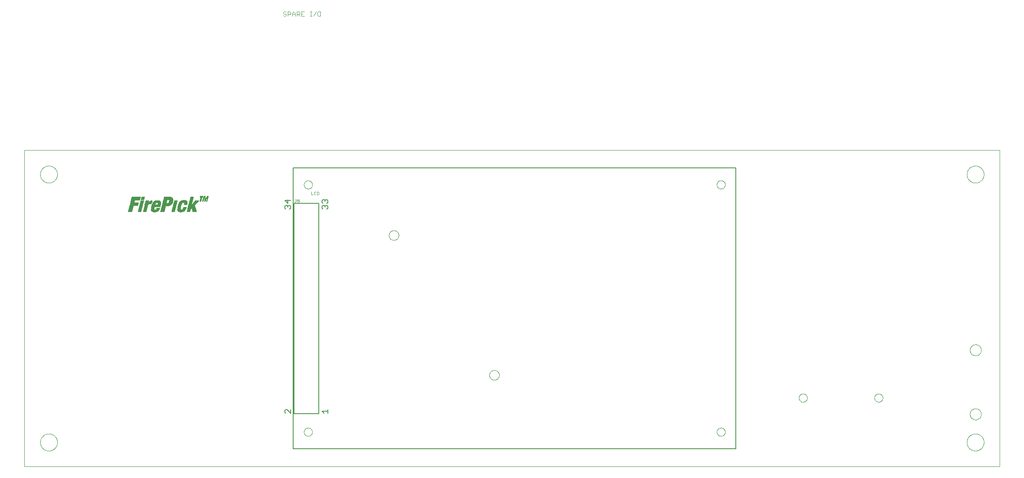
<source format=gto>
G75*
%MOIN*%
%OFA0B0*%
%FSLAX25Y25*%
%IPPOS*%
%LPD*%
%AMOC8*
5,1,8,0,0,1.08239X$1,22.5*
%
%ADD10C,0.00000*%
%ADD11C,0.00400*%
%ADD12C,0.00200*%
%ADD13C,0.00500*%
%ADD14C,0.00300*%
%ADD15R,0.00950X0.00050*%
%ADD16R,0.01050X0.00050*%
%ADD17R,0.02000X0.00050*%
%ADD18R,0.01900X0.00050*%
%ADD19R,0.02550X0.00050*%
%ADD20R,0.02500X0.00050*%
%ADD21R,0.02950X0.00050*%
%ADD22R,0.02900X0.00050*%
%ADD23R,0.03100X0.00050*%
%ADD24R,0.03300X0.00050*%
%ADD25R,0.03250X0.00050*%
%ADD26R,0.03200X0.00050*%
%ADD27R,0.03600X0.00050*%
%ADD28R,0.03500X0.00050*%
%ADD29R,0.03850X0.00050*%
%ADD30R,0.03750X0.00050*%
%ADD31R,0.04050X0.00050*%
%ADD32R,0.03950X0.00050*%
%ADD33R,0.04200X0.00050*%
%ADD34R,0.04400X0.00050*%
%ADD35R,0.04350X0.00050*%
%ADD36R,0.04550X0.00050*%
%ADD37R,0.04700X0.00050*%
%ADD38R,0.04850X0.00050*%
%ADD39R,0.05000X0.00050*%
%ADD40R,0.04950X0.00050*%
%ADD41R,0.03150X0.00050*%
%ADD42R,0.05100X0.00050*%
%ADD43R,0.05200X0.00050*%
%ADD44R,0.05300X0.00050*%
%ADD45R,0.05400X0.00050*%
%ADD46R,0.05450X0.00050*%
%ADD47R,0.05550X0.00050*%
%ADD48R,0.05600X0.00050*%
%ADD49R,0.05700X0.00050*%
%ADD50R,0.05750X0.00050*%
%ADD51R,0.05850X0.00050*%
%ADD52R,0.05900X0.00050*%
%ADD53R,0.03050X0.00050*%
%ADD54R,0.06000X0.00050*%
%ADD55R,0.06050X0.00050*%
%ADD56R,0.06100X0.00050*%
%ADD57R,0.06150X0.00050*%
%ADD58R,0.06200X0.00050*%
%ADD59R,0.06250X0.00050*%
%ADD60R,0.06300X0.00050*%
%ADD61R,0.06350X0.00050*%
%ADD62R,0.06400X0.00050*%
%ADD63R,0.06450X0.00050*%
%ADD64R,0.06500X0.00050*%
%ADD65R,0.06550X0.00050*%
%ADD66R,0.06650X0.00050*%
%ADD67R,0.06600X0.00050*%
%ADD68R,0.06700X0.00050*%
%ADD69R,0.02850X0.00050*%
%ADD70R,0.06750X0.00050*%
%ADD71R,0.02800X0.00050*%
%ADD72R,0.06800X0.00050*%
%ADD73R,0.02750X0.00050*%
%ADD74R,0.02700X0.00050*%
%ADD75R,0.03000X0.00050*%
%ADD76R,0.02650X0.00050*%
%ADD77R,0.03350X0.00050*%
%ADD78R,0.07350X0.00050*%
%ADD79R,0.05950X0.00050*%
%ADD80R,0.05800X0.00050*%
%ADD81R,0.05250X0.00050*%
%ADD82R,0.05500X0.00050*%
%ADD83R,0.07300X0.00050*%
%ADD84R,0.06900X0.00050*%
%ADD85R,0.05350X0.00050*%
%ADD86R,0.06950X0.00050*%
%ADD87R,0.07000X0.00050*%
%ADD88R,0.07050X0.00050*%
%ADD89R,0.07150X0.00050*%
%ADD90R,0.07250X0.00050*%
%ADD91R,0.07200X0.00050*%
%ADD92R,0.05650X0.00050*%
%ADD93R,0.07400X0.00050*%
%ADD94R,0.07450X0.00050*%
%ADD95R,0.07500X0.00050*%
%ADD96R,0.07550X0.00050*%
%ADD97R,0.03450X0.00050*%
%ADD98R,0.07600X0.00050*%
%ADD99R,0.07650X0.00050*%
%ADD100R,0.07700X0.00050*%
%ADD101R,0.04150X0.00050*%
%ADD102R,0.02600X0.00050*%
%ADD103R,0.07750X0.00050*%
%ADD104R,0.00200X0.00050*%
%ADD105R,0.07800X0.00050*%
%ADD106R,0.07850X0.00050*%
%ADD107R,0.07900X0.00050*%
%ADD108R,0.07950X0.00050*%
%ADD109R,0.03650X0.00050*%
%ADD110R,0.03400X0.00050*%
%ADD111R,0.02450X0.00050*%
%ADD112R,0.02400X0.00050*%
%ADD113R,0.02350X0.00050*%
%ADD114R,0.02300X0.00050*%
%ADD115R,0.02250X0.00050*%
%ADD116R,0.02200X0.00050*%
%ADD117R,0.02150X0.00050*%
%ADD118R,0.01100X0.00050*%
%ADD119R,0.00800X0.00050*%
%ADD120R,0.02100X0.00050*%
%ADD121R,0.00850X0.00050*%
%ADD122R,0.01000X0.00050*%
%ADD123R,0.05050X0.00050*%
%ADD124R,0.00900X0.00050*%
%ADD125R,0.01950X0.00050*%
%ADD126R,0.04900X0.00050*%
%ADD127R,0.04800X0.00050*%
%ADD128R,0.04650X0.00050*%
%ADD129R,0.01800X0.00050*%
%ADD130R,0.04450X0.00050*%
%ADD131R,0.01750X0.00050*%
%ADD132R,0.01700X0.00050*%
%ADD133R,0.01650X0.00050*%
%ADD134R,0.01550X0.00050*%
%ADD135R,0.04500X0.00050*%
%ADD136R,0.01500X0.00050*%
%ADD137R,0.01400X0.00050*%
%ADD138R,0.01300X0.00050*%
%ADD139R,0.01150X0.00050*%
%ADD140R,0.03700X0.00050*%
%ADD141R,0.00700X0.00050*%
%ADD142R,0.01200X0.00050*%
%ADD143R,0.01250X0.00050*%
%ADD144R,0.01350X0.00050*%
%ADD145R,0.01450X0.00050*%
%ADD146R,0.00750X0.00050*%
%ADD147R,0.07100X0.00050*%
%ADD148R,0.06850X0.00050*%
%ADD149R,0.01600X0.00050*%
%ADD150R,0.05150X0.00050*%
D10*
X0005700Y0013890D02*
X0005700Y0269796D01*
X0793102Y0269796D01*
X0793102Y0013890D01*
X0005700Y0013890D01*
X0018495Y0033575D02*
X0018497Y0033744D01*
X0018503Y0033913D01*
X0018514Y0034082D01*
X0018528Y0034250D01*
X0018547Y0034418D01*
X0018570Y0034586D01*
X0018596Y0034753D01*
X0018627Y0034919D01*
X0018662Y0035085D01*
X0018701Y0035249D01*
X0018745Y0035413D01*
X0018792Y0035575D01*
X0018843Y0035736D01*
X0018898Y0035896D01*
X0018957Y0036055D01*
X0019019Y0036212D01*
X0019086Y0036367D01*
X0019157Y0036521D01*
X0019231Y0036673D01*
X0019309Y0036823D01*
X0019390Y0036971D01*
X0019475Y0037117D01*
X0019564Y0037261D01*
X0019656Y0037403D01*
X0019752Y0037542D01*
X0019851Y0037679D01*
X0019953Y0037814D01*
X0020059Y0037946D01*
X0020168Y0038075D01*
X0020280Y0038202D01*
X0020395Y0038326D01*
X0020513Y0038447D01*
X0020634Y0038565D01*
X0020758Y0038680D01*
X0020885Y0038792D01*
X0021014Y0038901D01*
X0021146Y0039007D01*
X0021281Y0039109D01*
X0021418Y0039208D01*
X0021557Y0039304D01*
X0021699Y0039396D01*
X0021843Y0039485D01*
X0021989Y0039570D01*
X0022137Y0039651D01*
X0022287Y0039729D01*
X0022439Y0039803D01*
X0022593Y0039874D01*
X0022748Y0039941D01*
X0022905Y0040003D01*
X0023064Y0040062D01*
X0023224Y0040117D01*
X0023385Y0040168D01*
X0023547Y0040215D01*
X0023711Y0040259D01*
X0023875Y0040298D01*
X0024041Y0040333D01*
X0024207Y0040364D01*
X0024374Y0040390D01*
X0024542Y0040413D01*
X0024710Y0040432D01*
X0024878Y0040446D01*
X0025047Y0040457D01*
X0025216Y0040463D01*
X0025385Y0040465D01*
X0025554Y0040463D01*
X0025723Y0040457D01*
X0025892Y0040446D01*
X0026060Y0040432D01*
X0026228Y0040413D01*
X0026396Y0040390D01*
X0026563Y0040364D01*
X0026729Y0040333D01*
X0026895Y0040298D01*
X0027059Y0040259D01*
X0027223Y0040215D01*
X0027385Y0040168D01*
X0027546Y0040117D01*
X0027706Y0040062D01*
X0027865Y0040003D01*
X0028022Y0039941D01*
X0028177Y0039874D01*
X0028331Y0039803D01*
X0028483Y0039729D01*
X0028633Y0039651D01*
X0028781Y0039570D01*
X0028927Y0039485D01*
X0029071Y0039396D01*
X0029213Y0039304D01*
X0029352Y0039208D01*
X0029489Y0039109D01*
X0029624Y0039007D01*
X0029756Y0038901D01*
X0029885Y0038792D01*
X0030012Y0038680D01*
X0030136Y0038565D01*
X0030257Y0038447D01*
X0030375Y0038326D01*
X0030490Y0038202D01*
X0030602Y0038075D01*
X0030711Y0037946D01*
X0030817Y0037814D01*
X0030919Y0037679D01*
X0031018Y0037542D01*
X0031114Y0037403D01*
X0031206Y0037261D01*
X0031295Y0037117D01*
X0031380Y0036971D01*
X0031461Y0036823D01*
X0031539Y0036673D01*
X0031613Y0036521D01*
X0031684Y0036367D01*
X0031751Y0036212D01*
X0031813Y0036055D01*
X0031872Y0035896D01*
X0031927Y0035736D01*
X0031978Y0035575D01*
X0032025Y0035413D01*
X0032069Y0035249D01*
X0032108Y0035085D01*
X0032143Y0034919D01*
X0032174Y0034753D01*
X0032200Y0034586D01*
X0032223Y0034418D01*
X0032242Y0034250D01*
X0032256Y0034082D01*
X0032267Y0033913D01*
X0032273Y0033744D01*
X0032275Y0033575D01*
X0032273Y0033406D01*
X0032267Y0033237D01*
X0032256Y0033068D01*
X0032242Y0032900D01*
X0032223Y0032732D01*
X0032200Y0032564D01*
X0032174Y0032397D01*
X0032143Y0032231D01*
X0032108Y0032065D01*
X0032069Y0031901D01*
X0032025Y0031737D01*
X0031978Y0031575D01*
X0031927Y0031414D01*
X0031872Y0031254D01*
X0031813Y0031095D01*
X0031751Y0030938D01*
X0031684Y0030783D01*
X0031613Y0030629D01*
X0031539Y0030477D01*
X0031461Y0030327D01*
X0031380Y0030179D01*
X0031295Y0030033D01*
X0031206Y0029889D01*
X0031114Y0029747D01*
X0031018Y0029608D01*
X0030919Y0029471D01*
X0030817Y0029336D01*
X0030711Y0029204D01*
X0030602Y0029075D01*
X0030490Y0028948D01*
X0030375Y0028824D01*
X0030257Y0028703D01*
X0030136Y0028585D01*
X0030012Y0028470D01*
X0029885Y0028358D01*
X0029756Y0028249D01*
X0029624Y0028143D01*
X0029489Y0028041D01*
X0029352Y0027942D01*
X0029213Y0027846D01*
X0029071Y0027754D01*
X0028927Y0027665D01*
X0028781Y0027580D01*
X0028633Y0027499D01*
X0028483Y0027421D01*
X0028331Y0027347D01*
X0028177Y0027276D01*
X0028022Y0027209D01*
X0027865Y0027147D01*
X0027706Y0027088D01*
X0027546Y0027033D01*
X0027385Y0026982D01*
X0027223Y0026935D01*
X0027059Y0026891D01*
X0026895Y0026852D01*
X0026729Y0026817D01*
X0026563Y0026786D01*
X0026396Y0026760D01*
X0026228Y0026737D01*
X0026060Y0026718D01*
X0025892Y0026704D01*
X0025723Y0026693D01*
X0025554Y0026687D01*
X0025385Y0026685D01*
X0025216Y0026687D01*
X0025047Y0026693D01*
X0024878Y0026704D01*
X0024710Y0026718D01*
X0024542Y0026737D01*
X0024374Y0026760D01*
X0024207Y0026786D01*
X0024041Y0026817D01*
X0023875Y0026852D01*
X0023711Y0026891D01*
X0023547Y0026935D01*
X0023385Y0026982D01*
X0023224Y0027033D01*
X0023064Y0027088D01*
X0022905Y0027147D01*
X0022748Y0027209D01*
X0022593Y0027276D01*
X0022439Y0027347D01*
X0022287Y0027421D01*
X0022137Y0027499D01*
X0021989Y0027580D01*
X0021843Y0027665D01*
X0021699Y0027754D01*
X0021557Y0027846D01*
X0021418Y0027942D01*
X0021281Y0028041D01*
X0021146Y0028143D01*
X0021014Y0028249D01*
X0020885Y0028358D01*
X0020758Y0028470D01*
X0020634Y0028585D01*
X0020513Y0028703D01*
X0020395Y0028824D01*
X0020280Y0028948D01*
X0020168Y0029075D01*
X0020059Y0029204D01*
X0019953Y0029336D01*
X0019851Y0029471D01*
X0019752Y0029608D01*
X0019656Y0029747D01*
X0019564Y0029889D01*
X0019475Y0030033D01*
X0019390Y0030179D01*
X0019309Y0030327D01*
X0019231Y0030477D01*
X0019157Y0030629D01*
X0019086Y0030783D01*
X0019019Y0030938D01*
X0018957Y0031095D01*
X0018898Y0031254D01*
X0018843Y0031414D01*
X0018792Y0031575D01*
X0018745Y0031737D01*
X0018701Y0031901D01*
X0018662Y0032065D01*
X0018627Y0032231D01*
X0018596Y0032397D01*
X0018570Y0032564D01*
X0018547Y0032732D01*
X0018528Y0032900D01*
X0018514Y0033068D01*
X0018503Y0033237D01*
X0018497Y0033406D01*
X0018495Y0033575D01*
X0231421Y0041882D02*
X0231423Y0041997D01*
X0231429Y0042113D01*
X0231439Y0042228D01*
X0231453Y0042343D01*
X0231471Y0042457D01*
X0231493Y0042570D01*
X0231518Y0042683D01*
X0231548Y0042794D01*
X0231581Y0042905D01*
X0231618Y0043014D01*
X0231659Y0043122D01*
X0231704Y0043229D01*
X0231752Y0043334D01*
X0231804Y0043437D01*
X0231860Y0043538D01*
X0231919Y0043638D01*
X0231981Y0043735D01*
X0232047Y0043830D01*
X0232115Y0043923D01*
X0232187Y0044013D01*
X0232262Y0044101D01*
X0232341Y0044186D01*
X0232422Y0044268D01*
X0232505Y0044348D01*
X0232592Y0044424D01*
X0232681Y0044498D01*
X0232772Y0044568D01*
X0232866Y0044636D01*
X0232962Y0044700D01*
X0233061Y0044760D01*
X0233161Y0044817D01*
X0233263Y0044871D01*
X0233367Y0044921D01*
X0233473Y0044968D01*
X0233580Y0045011D01*
X0233689Y0045050D01*
X0233799Y0045085D01*
X0233910Y0045116D01*
X0234022Y0045144D01*
X0234135Y0045168D01*
X0234249Y0045188D01*
X0234364Y0045204D01*
X0234479Y0045216D01*
X0234594Y0045224D01*
X0234709Y0045228D01*
X0234825Y0045228D01*
X0234940Y0045224D01*
X0235055Y0045216D01*
X0235170Y0045204D01*
X0235285Y0045188D01*
X0235399Y0045168D01*
X0235512Y0045144D01*
X0235624Y0045116D01*
X0235735Y0045085D01*
X0235845Y0045050D01*
X0235954Y0045011D01*
X0236061Y0044968D01*
X0236167Y0044921D01*
X0236271Y0044871D01*
X0236373Y0044817D01*
X0236473Y0044760D01*
X0236572Y0044700D01*
X0236668Y0044636D01*
X0236762Y0044568D01*
X0236853Y0044498D01*
X0236942Y0044424D01*
X0237029Y0044348D01*
X0237112Y0044268D01*
X0237193Y0044186D01*
X0237272Y0044101D01*
X0237347Y0044013D01*
X0237419Y0043923D01*
X0237487Y0043830D01*
X0237553Y0043735D01*
X0237615Y0043638D01*
X0237674Y0043538D01*
X0237730Y0043437D01*
X0237782Y0043334D01*
X0237830Y0043229D01*
X0237875Y0043122D01*
X0237916Y0043014D01*
X0237953Y0042905D01*
X0237986Y0042794D01*
X0238016Y0042683D01*
X0238041Y0042570D01*
X0238063Y0042457D01*
X0238081Y0042343D01*
X0238095Y0042228D01*
X0238105Y0042113D01*
X0238111Y0041997D01*
X0238113Y0041882D01*
X0238111Y0041767D01*
X0238105Y0041651D01*
X0238095Y0041536D01*
X0238081Y0041421D01*
X0238063Y0041307D01*
X0238041Y0041194D01*
X0238016Y0041081D01*
X0237986Y0040970D01*
X0237953Y0040859D01*
X0237916Y0040750D01*
X0237875Y0040642D01*
X0237830Y0040535D01*
X0237782Y0040430D01*
X0237730Y0040327D01*
X0237674Y0040226D01*
X0237615Y0040126D01*
X0237553Y0040029D01*
X0237487Y0039934D01*
X0237419Y0039841D01*
X0237347Y0039751D01*
X0237272Y0039663D01*
X0237193Y0039578D01*
X0237112Y0039496D01*
X0237029Y0039416D01*
X0236942Y0039340D01*
X0236853Y0039266D01*
X0236762Y0039196D01*
X0236668Y0039128D01*
X0236572Y0039064D01*
X0236473Y0039004D01*
X0236373Y0038947D01*
X0236271Y0038893D01*
X0236167Y0038843D01*
X0236061Y0038796D01*
X0235954Y0038753D01*
X0235845Y0038714D01*
X0235735Y0038679D01*
X0235624Y0038648D01*
X0235512Y0038620D01*
X0235399Y0038596D01*
X0235285Y0038576D01*
X0235170Y0038560D01*
X0235055Y0038548D01*
X0234940Y0038540D01*
X0234825Y0038536D01*
X0234709Y0038536D01*
X0234594Y0038540D01*
X0234479Y0038548D01*
X0234364Y0038560D01*
X0234249Y0038576D01*
X0234135Y0038596D01*
X0234022Y0038620D01*
X0233910Y0038648D01*
X0233799Y0038679D01*
X0233689Y0038714D01*
X0233580Y0038753D01*
X0233473Y0038796D01*
X0233367Y0038843D01*
X0233263Y0038893D01*
X0233161Y0038947D01*
X0233061Y0039004D01*
X0232962Y0039064D01*
X0232866Y0039128D01*
X0232772Y0039196D01*
X0232681Y0039266D01*
X0232592Y0039340D01*
X0232505Y0039416D01*
X0232422Y0039496D01*
X0232341Y0039578D01*
X0232262Y0039663D01*
X0232187Y0039751D01*
X0232115Y0039841D01*
X0232047Y0039934D01*
X0231981Y0040029D01*
X0231919Y0040126D01*
X0231860Y0040226D01*
X0231804Y0040327D01*
X0231752Y0040430D01*
X0231704Y0040535D01*
X0231659Y0040642D01*
X0231618Y0040750D01*
X0231581Y0040859D01*
X0231548Y0040970D01*
X0231518Y0041081D01*
X0231493Y0041194D01*
X0231471Y0041307D01*
X0231453Y0041421D01*
X0231439Y0041536D01*
X0231429Y0041651D01*
X0231423Y0041767D01*
X0231421Y0041882D01*
X0381108Y0087873D02*
X0381110Y0087998D01*
X0381116Y0088123D01*
X0381126Y0088247D01*
X0381140Y0088371D01*
X0381157Y0088495D01*
X0381179Y0088618D01*
X0381205Y0088740D01*
X0381234Y0088862D01*
X0381267Y0088982D01*
X0381305Y0089101D01*
X0381345Y0089220D01*
X0381390Y0089336D01*
X0381438Y0089451D01*
X0381490Y0089565D01*
X0381546Y0089677D01*
X0381605Y0089787D01*
X0381667Y0089895D01*
X0381733Y0090002D01*
X0381802Y0090106D01*
X0381875Y0090207D01*
X0381950Y0090307D01*
X0382029Y0090404D01*
X0382111Y0090498D01*
X0382196Y0090590D01*
X0382283Y0090679D01*
X0382374Y0090765D01*
X0382467Y0090848D01*
X0382563Y0090929D01*
X0382661Y0091006D01*
X0382761Y0091080D01*
X0382864Y0091151D01*
X0382969Y0091218D01*
X0383077Y0091283D01*
X0383186Y0091343D01*
X0383297Y0091401D01*
X0383410Y0091454D01*
X0383524Y0091504D01*
X0383640Y0091551D01*
X0383757Y0091593D01*
X0383876Y0091632D01*
X0383996Y0091668D01*
X0384117Y0091699D01*
X0384239Y0091727D01*
X0384361Y0091750D01*
X0384485Y0091770D01*
X0384609Y0091786D01*
X0384733Y0091798D01*
X0384858Y0091806D01*
X0384983Y0091810D01*
X0385107Y0091810D01*
X0385232Y0091806D01*
X0385357Y0091798D01*
X0385481Y0091786D01*
X0385605Y0091770D01*
X0385729Y0091750D01*
X0385851Y0091727D01*
X0385973Y0091699D01*
X0386094Y0091668D01*
X0386214Y0091632D01*
X0386333Y0091593D01*
X0386450Y0091551D01*
X0386566Y0091504D01*
X0386680Y0091454D01*
X0386793Y0091401D01*
X0386904Y0091343D01*
X0387014Y0091283D01*
X0387121Y0091218D01*
X0387226Y0091151D01*
X0387329Y0091080D01*
X0387429Y0091006D01*
X0387527Y0090929D01*
X0387623Y0090848D01*
X0387716Y0090765D01*
X0387807Y0090679D01*
X0387894Y0090590D01*
X0387979Y0090498D01*
X0388061Y0090404D01*
X0388140Y0090307D01*
X0388215Y0090207D01*
X0388288Y0090106D01*
X0388357Y0090002D01*
X0388423Y0089895D01*
X0388485Y0089787D01*
X0388544Y0089677D01*
X0388600Y0089565D01*
X0388652Y0089451D01*
X0388700Y0089336D01*
X0388745Y0089220D01*
X0388785Y0089101D01*
X0388823Y0088982D01*
X0388856Y0088862D01*
X0388885Y0088740D01*
X0388911Y0088618D01*
X0388933Y0088495D01*
X0388950Y0088371D01*
X0388964Y0088247D01*
X0388974Y0088123D01*
X0388980Y0087998D01*
X0388982Y0087873D01*
X0388980Y0087748D01*
X0388974Y0087623D01*
X0388964Y0087499D01*
X0388950Y0087375D01*
X0388933Y0087251D01*
X0388911Y0087128D01*
X0388885Y0087006D01*
X0388856Y0086884D01*
X0388823Y0086764D01*
X0388785Y0086645D01*
X0388745Y0086526D01*
X0388700Y0086410D01*
X0388652Y0086295D01*
X0388600Y0086181D01*
X0388544Y0086069D01*
X0388485Y0085959D01*
X0388423Y0085851D01*
X0388357Y0085744D01*
X0388288Y0085640D01*
X0388215Y0085539D01*
X0388140Y0085439D01*
X0388061Y0085342D01*
X0387979Y0085248D01*
X0387894Y0085156D01*
X0387807Y0085067D01*
X0387716Y0084981D01*
X0387623Y0084898D01*
X0387527Y0084817D01*
X0387429Y0084740D01*
X0387329Y0084666D01*
X0387226Y0084595D01*
X0387121Y0084528D01*
X0387013Y0084463D01*
X0386904Y0084403D01*
X0386793Y0084345D01*
X0386680Y0084292D01*
X0386566Y0084242D01*
X0386450Y0084195D01*
X0386333Y0084153D01*
X0386214Y0084114D01*
X0386094Y0084078D01*
X0385973Y0084047D01*
X0385851Y0084019D01*
X0385729Y0083996D01*
X0385605Y0083976D01*
X0385481Y0083960D01*
X0385357Y0083948D01*
X0385232Y0083940D01*
X0385107Y0083936D01*
X0384983Y0083936D01*
X0384858Y0083940D01*
X0384733Y0083948D01*
X0384609Y0083960D01*
X0384485Y0083976D01*
X0384361Y0083996D01*
X0384239Y0084019D01*
X0384117Y0084047D01*
X0383996Y0084078D01*
X0383876Y0084114D01*
X0383757Y0084153D01*
X0383640Y0084195D01*
X0383524Y0084242D01*
X0383410Y0084292D01*
X0383297Y0084345D01*
X0383186Y0084403D01*
X0383076Y0084463D01*
X0382969Y0084528D01*
X0382864Y0084595D01*
X0382761Y0084666D01*
X0382661Y0084740D01*
X0382563Y0084817D01*
X0382467Y0084898D01*
X0382374Y0084981D01*
X0382283Y0085067D01*
X0382196Y0085156D01*
X0382111Y0085248D01*
X0382029Y0085342D01*
X0381950Y0085439D01*
X0381875Y0085539D01*
X0381802Y0085640D01*
X0381733Y0085744D01*
X0381667Y0085851D01*
X0381605Y0085959D01*
X0381546Y0086069D01*
X0381490Y0086181D01*
X0381438Y0086295D01*
X0381390Y0086410D01*
X0381345Y0086526D01*
X0381305Y0086645D01*
X0381267Y0086764D01*
X0381234Y0086884D01*
X0381205Y0087006D01*
X0381179Y0087128D01*
X0381157Y0087251D01*
X0381140Y0087375D01*
X0381126Y0087499D01*
X0381116Y0087623D01*
X0381110Y0087748D01*
X0381108Y0087873D01*
X0564689Y0041882D02*
X0564691Y0041997D01*
X0564697Y0042113D01*
X0564707Y0042228D01*
X0564721Y0042343D01*
X0564739Y0042457D01*
X0564761Y0042570D01*
X0564786Y0042683D01*
X0564816Y0042794D01*
X0564849Y0042905D01*
X0564886Y0043014D01*
X0564927Y0043122D01*
X0564972Y0043229D01*
X0565020Y0043334D01*
X0565072Y0043437D01*
X0565128Y0043538D01*
X0565187Y0043638D01*
X0565249Y0043735D01*
X0565315Y0043830D01*
X0565383Y0043923D01*
X0565455Y0044013D01*
X0565530Y0044101D01*
X0565609Y0044186D01*
X0565690Y0044268D01*
X0565773Y0044348D01*
X0565860Y0044424D01*
X0565949Y0044498D01*
X0566040Y0044568D01*
X0566134Y0044636D01*
X0566230Y0044700D01*
X0566329Y0044760D01*
X0566429Y0044817D01*
X0566531Y0044871D01*
X0566635Y0044921D01*
X0566741Y0044968D01*
X0566848Y0045011D01*
X0566957Y0045050D01*
X0567067Y0045085D01*
X0567178Y0045116D01*
X0567290Y0045144D01*
X0567403Y0045168D01*
X0567517Y0045188D01*
X0567632Y0045204D01*
X0567747Y0045216D01*
X0567862Y0045224D01*
X0567977Y0045228D01*
X0568093Y0045228D01*
X0568208Y0045224D01*
X0568323Y0045216D01*
X0568438Y0045204D01*
X0568553Y0045188D01*
X0568667Y0045168D01*
X0568780Y0045144D01*
X0568892Y0045116D01*
X0569003Y0045085D01*
X0569113Y0045050D01*
X0569222Y0045011D01*
X0569329Y0044968D01*
X0569435Y0044921D01*
X0569539Y0044871D01*
X0569641Y0044817D01*
X0569741Y0044760D01*
X0569840Y0044700D01*
X0569936Y0044636D01*
X0570030Y0044568D01*
X0570121Y0044498D01*
X0570210Y0044424D01*
X0570297Y0044348D01*
X0570380Y0044268D01*
X0570461Y0044186D01*
X0570540Y0044101D01*
X0570615Y0044013D01*
X0570687Y0043923D01*
X0570755Y0043830D01*
X0570821Y0043735D01*
X0570883Y0043638D01*
X0570942Y0043538D01*
X0570998Y0043437D01*
X0571050Y0043334D01*
X0571098Y0043229D01*
X0571143Y0043122D01*
X0571184Y0043014D01*
X0571221Y0042905D01*
X0571254Y0042794D01*
X0571284Y0042683D01*
X0571309Y0042570D01*
X0571331Y0042457D01*
X0571349Y0042343D01*
X0571363Y0042228D01*
X0571373Y0042113D01*
X0571379Y0041997D01*
X0571381Y0041882D01*
X0571379Y0041767D01*
X0571373Y0041651D01*
X0571363Y0041536D01*
X0571349Y0041421D01*
X0571331Y0041307D01*
X0571309Y0041194D01*
X0571284Y0041081D01*
X0571254Y0040970D01*
X0571221Y0040859D01*
X0571184Y0040750D01*
X0571143Y0040642D01*
X0571098Y0040535D01*
X0571050Y0040430D01*
X0570998Y0040327D01*
X0570942Y0040226D01*
X0570883Y0040126D01*
X0570821Y0040029D01*
X0570755Y0039934D01*
X0570687Y0039841D01*
X0570615Y0039751D01*
X0570540Y0039663D01*
X0570461Y0039578D01*
X0570380Y0039496D01*
X0570297Y0039416D01*
X0570210Y0039340D01*
X0570121Y0039266D01*
X0570030Y0039196D01*
X0569936Y0039128D01*
X0569840Y0039064D01*
X0569741Y0039004D01*
X0569641Y0038947D01*
X0569539Y0038893D01*
X0569435Y0038843D01*
X0569329Y0038796D01*
X0569222Y0038753D01*
X0569113Y0038714D01*
X0569003Y0038679D01*
X0568892Y0038648D01*
X0568780Y0038620D01*
X0568667Y0038596D01*
X0568553Y0038576D01*
X0568438Y0038560D01*
X0568323Y0038548D01*
X0568208Y0038540D01*
X0568093Y0038536D01*
X0567977Y0038536D01*
X0567862Y0038540D01*
X0567747Y0038548D01*
X0567632Y0038560D01*
X0567517Y0038576D01*
X0567403Y0038596D01*
X0567290Y0038620D01*
X0567178Y0038648D01*
X0567067Y0038679D01*
X0566957Y0038714D01*
X0566848Y0038753D01*
X0566741Y0038796D01*
X0566635Y0038843D01*
X0566531Y0038893D01*
X0566429Y0038947D01*
X0566329Y0039004D01*
X0566230Y0039064D01*
X0566134Y0039128D01*
X0566040Y0039196D01*
X0565949Y0039266D01*
X0565860Y0039340D01*
X0565773Y0039416D01*
X0565690Y0039496D01*
X0565609Y0039578D01*
X0565530Y0039663D01*
X0565455Y0039751D01*
X0565383Y0039841D01*
X0565315Y0039934D01*
X0565249Y0040029D01*
X0565187Y0040126D01*
X0565128Y0040226D01*
X0565072Y0040327D01*
X0565020Y0040430D01*
X0564972Y0040535D01*
X0564927Y0040642D01*
X0564886Y0040750D01*
X0564849Y0040859D01*
X0564816Y0040970D01*
X0564786Y0041081D01*
X0564761Y0041194D01*
X0564739Y0041307D01*
X0564721Y0041421D01*
X0564707Y0041536D01*
X0564697Y0041651D01*
X0564691Y0041767D01*
X0564689Y0041882D01*
X0630963Y0069449D02*
X0630965Y0069564D01*
X0630971Y0069680D01*
X0630981Y0069795D01*
X0630995Y0069910D01*
X0631013Y0070024D01*
X0631035Y0070137D01*
X0631060Y0070250D01*
X0631090Y0070361D01*
X0631123Y0070472D01*
X0631160Y0070581D01*
X0631201Y0070689D01*
X0631246Y0070796D01*
X0631294Y0070901D01*
X0631346Y0071004D01*
X0631402Y0071105D01*
X0631461Y0071205D01*
X0631523Y0071302D01*
X0631589Y0071397D01*
X0631657Y0071490D01*
X0631729Y0071580D01*
X0631804Y0071668D01*
X0631883Y0071753D01*
X0631964Y0071835D01*
X0632047Y0071915D01*
X0632134Y0071991D01*
X0632223Y0072065D01*
X0632314Y0072135D01*
X0632408Y0072203D01*
X0632504Y0072267D01*
X0632603Y0072327D01*
X0632703Y0072384D01*
X0632805Y0072438D01*
X0632909Y0072488D01*
X0633015Y0072535D01*
X0633122Y0072578D01*
X0633231Y0072617D01*
X0633341Y0072652D01*
X0633452Y0072683D01*
X0633564Y0072711D01*
X0633677Y0072735D01*
X0633791Y0072755D01*
X0633906Y0072771D01*
X0634021Y0072783D01*
X0634136Y0072791D01*
X0634251Y0072795D01*
X0634367Y0072795D01*
X0634482Y0072791D01*
X0634597Y0072783D01*
X0634712Y0072771D01*
X0634827Y0072755D01*
X0634941Y0072735D01*
X0635054Y0072711D01*
X0635166Y0072683D01*
X0635277Y0072652D01*
X0635387Y0072617D01*
X0635496Y0072578D01*
X0635603Y0072535D01*
X0635709Y0072488D01*
X0635813Y0072438D01*
X0635915Y0072384D01*
X0636015Y0072327D01*
X0636114Y0072267D01*
X0636210Y0072203D01*
X0636304Y0072135D01*
X0636395Y0072065D01*
X0636484Y0071991D01*
X0636571Y0071915D01*
X0636654Y0071835D01*
X0636735Y0071753D01*
X0636814Y0071668D01*
X0636889Y0071580D01*
X0636961Y0071490D01*
X0637029Y0071397D01*
X0637095Y0071302D01*
X0637157Y0071205D01*
X0637216Y0071105D01*
X0637272Y0071004D01*
X0637324Y0070901D01*
X0637372Y0070796D01*
X0637417Y0070689D01*
X0637458Y0070581D01*
X0637495Y0070472D01*
X0637528Y0070361D01*
X0637558Y0070250D01*
X0637583Y0070137D01*
X0637605Y0070024D01*
X0637623Y0069910D01*
X0637637Y0069795D01*
X0637647Y0069680D01*
X0637653Y0069564D01*
X0637655Y0069449D01*
X0637653Y0069334D01*
X0637647Y0069218D01*
X0637637Y0069103D01*
X0637623Y0068988D01*
X0637605Y0068874D01*
X0637583Y0068761D01*
X0637558Y0068648D01*
X0637528Y0068537D01*
X0637495Y0068426D01*
X0637458Y0068317D01*
X0637417Y0068209D01*
X0637372Y0068102D01*
X0637324Y0067997D01*
X0637272Y0067894D01*
X0637216Y0067793D01*
X0637157Y0067693D01*
X0637095Y0067596D01*
X0637029Y0067501D01*
X0636961Y0067408D01*
X0636889Y0067318D01*
X0636814Y0067230D01*
X0636735Y0067145D01*
X0636654Y0067063D01*
X0636571Y0066983D01*
X0636484Y0066907D01*
X0636395Y0066833D01*
X0636304Y0066763D01*
X0636210Y0066695D01*
X0636114Y0066631D01*
X0636015Y0066571D01*
X0635915Y0066514D01*
X0635813Y0066460D01*
X0635709Y0066410D01*
X0635603Y0066363D01*
X0635496Y0066320D01*
X0635387Y0066281D01*
X0635277Y0066246D01*
X0635166Y0066215D01*
X0635054Y0066187D01*
X0634941Y0066163D01*
X0634827Y0066143D01*
X0634712Y0066127D01*
X0634597Y0066115D01*
X0634482Y0066107D01*
X0634367Y0066103D01*
X0634251Y0066103D01*
X0634136Y0066107D01*
X0634021Y0066115D01*
X0633906Y0066127D01*
X0633791Y0066143D01*
X0633677Y0066163D01*
X0633564Y0066187D01*
X0633452Y0066215D01*
X0633341Y0066246D01*
X0633231Y0066281D01*
X0633122Y0066320D01*
X0633015Y0066363D01*
X0632909Y0066410D01*
X0632805Y0066460D01*
X0632703Y0066514D01*
X0632603Y0066571D01*
X0632504Y0066631D01*
X0632408Y0066695D01*
X0632314Y0066763D01*
X0632223Y0066833D01*
X0632134Y0066907D01*
X0632047Y0066983D01*
X0631964Y0067063D01*
X0631883Y0067145D01*
X0631804Y0067230D01*
X0631729Y0067318D01*
X0631657Y0067408D01*
X0631589Y0067501D01*
X0631523Y0067596D01*
X0631461Y0067693D01*
X0631402Y0067793D01*
X0631346Y0067894D01*
X0631294Y0067997D01*
X0631246Y0068102D01*
X0631201Y0068209D01*
X0631160Y0068317D01*
X0631123Y0068426D01*
X0631090Y0068537D01*
X0631060Y0068648D01*
X0631035Y0068761D01*
X0631013Y0068874D01*
X0630995Y0068988D01*
X0630981Y0069103D01*
X0630971Y0069218D01*
X0630965Y0069334D01*
X0630963Y0069449D01*
X0691948Y0069449D02*
X0691950Y0069564D01*
X0691956Y0069680D01*
X0691966Y0069795D01*
X0691980Y0069910D01*
X0691998Y0070024D01*
X0692020Y0070137D01*
X0692045Y0070250D01*
X0692075Y0070361D01*
X0692108Y0070472D01*
X0692145Y0070581D01*
X0692186Y0070689D01*
X0692231Y0070796D01*
X0692279Y0070901D01*
X0692331Y0071004D01*
X0692387Y0071105D01*
X0692446Y0071205D01*
X0692508Y0071302D01*
X0692574Y0071397D01*
X0692642Y0071490D01*
X0692714Y0071580D01*
X0692789Y0071668D01*
X0692868Y0071753D01*
X0692949Y0071835D01*
X0693032Y0071915D01*
X0693119Y0071991D01*
X0693208Y0072065D01*
X0693299Y0072135D01*
X0693393Y0072203D01*
X0693489Y0072267D01*
X0693588Y0072327D01*
X0693688Y0072384D01*
X0693790Y0072438D01*
X0693894Y0072488D01*
X0694000Y0072535D01*
X0694107Y0072578D01*
X0694216Y0072617D01*
X0694326Y0072652D01*
X0694437Y0072683D01*
X0694549Y0072711D01*
X0694662Y0072735D01*
X0694776Y0072755D01*
X0694891Y0072771D01*
X0695006Y0072783D01*
X0695121Y0072791D01*
X0695236Y0072795D01*
X0695352Y0072795D01*
X0695467Y0072791D01*
X0695582Y0072783D01*
X0695697Y0072771D01*
X0695812Y0072755D01*
X0695926Y0072735D01*
X0696039Y0072711D01*
X0696151Y0072683D01*
X0696262Y0072652D01*
X0696372Y0072617D01*
X0696481Y0072578D01*
X0696588Y0072535D01*
X0696694Y0072488D01*
X0696798Y0072438D01*
X0696900Y0072384D01*
X0697000Y0072327D01*
X0697099Y0072267D01*
X0697195Y0072203D01*
X0697289Y0072135D01*
X0697380Y0072065D01*
X0697469Y0071991D01*
X0697556Y0071915D01*
X0697639Y0071835D01*
X0697720Y0071753D01*
X0697799Y0071668D01*
X0697874Y0071580D01*
X0697946Y0071490D01*
X0698014Y0071397D01*
X0698080Y0071302D01*
X0698142Y0071205D01*
X0698201Y0071105D01*
X0698257Y0071004D01*
X0698309Y0070901D01*
X0698357Y0070796D01*
X0698402Y0070689D01*
X0698443Y0070581D01*
X0698480Y0070472D01*
X0698513Y0070361D01*
X0698543Y0070250D01*
X0698568Y0070137D01*
X0698590Y0070024D01*
X0698608Y0069910D01*
X0698622Y0069795D01*
X0698632Y0069680D01*
X0698638Y0069564D01*
X0698640Y0069449D01*
X0698638Y0069334D01*
X0698632Y0069218D01*
X0698622Y0069103D01*
X0698608Y0068988D01*
X0698590Y0068874D01*
X0698568Y0068761D01*
X0698543Y0068648D01*
X0698513Y0068537D01*
X0698480Y0068426D01*
X0698443Y0068317D01*
X0698402Y0068209D01*
X0698357Y0068102D01*
X0698309Y0067997D01*
X0698257Y0067894D01*
X0698201Y0067793D01*
X0698142Y0067693D01*
X0698080Y0067596D01*
X0698014Y0067501D01*
X0697946Y0067408D01*
X0697874Y0067318D01*
X0697799Y0067230D01*
X0697720Y0067145D01*
X0697639Y0067063D01*
X0697556Y0066983D01*
X0697469Y0066907D01*
X0697380Y0066833D01*
X0697289Y0066763D01*
X0697195Y0066695D01*
X0697099Y0066631D01*
X0697000Y0066571D01*
X0696900Y0066514D01*
X0696798Y0066460D01*
X0696694Y0066410D01*
X0696588Y0066363D01*
X0696481Y0066320D01*
X0696372Y0066281D01*
X0696262Y0066246D01*
X0696151Y0066215D01*
X0696039Y0066187D01*
X0695926Y0066163D01*
X0695812Y0066143D01*
X0695697Y0066127D01*
X0695582Y0066115D01*
X0695467Y0066107D01*
X0695352Y0066103D01*
X0695236Y0066103D01*
X0695121Y0066107D01*
X0695006Y0066115D01*
X0694891Y0066127D01*
X0694776Y0066143D01*
X0694662Y0066163D01*
X0694549Y0066187D01*
X0694437Y0066215D01*
X0694326Y0066246D01*
X0694216Y0066281D01*
X0694107Y0066320D01*
X0694000Y0066363D01*
X0693894Y0066410D01*
X0693790Y0066460D01*
X0693688Y0066514D01*
X0693588Y0066571D01*
X0693489Y0066631D01*
X0693393Y0066695D01*
X0693299Y0066763D01*
X0693208Y0066833D01*
X0693119Y0066907D01*
X0693032Y0066983D01*
X0692949Y0067063D01*
X0692868Y0067145D01*
X0692789Y0067230D01*
X0692714Y0067318D01*
X0692642Y0067408D01*
X0692574Y0067501D01*
X0692508Y0067596D01*
X0692446Y0067693D01*
X0692387Y0067793D01*
X0692331Y0067894D01*
X0692279Y0067997D01*
X0692231Y0068102D01*
X0692186Y0068209D01*
X0692145Y0068317D01*
X0692108Y0068426D01*
X0692075Y0068537D01*
X0692045Y0068648D01*
X0692020Y0068761D01*
X0691998Y0068874D01*
X0691980Y0068988D01*
X0691966Y0069103D01*
X0691956Y0069218D01*
X0691950Y0069334D01*
X0691948Y0069449D01*
X0769072Y0056324D02*
X0769074Y0056458D01*
X0769080Y0056592D01*
X0769090Y0056726D01*
X0769104Y0056860D01*
X0769122Y0056993D01*
X0769143Y0057125D01*
X0769169Y0057257D01*
X0769199Y0057388D01*
X0769232Y0057518D01*
X0769269Y0057646D01*
X0769311Y0057774D01*
X0769355Y0057901D01*
X0769404Y0058026D01*
X0769456Y0058149D01*
X0769512Y0058271D01*
X0769572Y0058392D01*
X0769635Y0058510D01*
X0769701Y0058627D01*
X0769771Y0058741D01*
X0769844Y0058854D01*
X0769921Y0058964D01*
X0770001Y0059072D01*
X0770084Y0059177D01*
X0770170Y0059280D01*
X0770259Y0059380D01*
X0770351Y0059478D01*
X0770446Y0059573D01*
X0770544Y0059665D01*
X0770644Y0059754D01*
X0770747Y0059840D01*
X0770852Y0059923D01*
X0770960Y0060003D01*
X0771070Y0060080D01*
X0771183Y0060153D01*
X0771297Y0060223D01*
X0771414Y0060289D01*
X0771532Y0060352D01*
X0771653Y0060412D01*
X0771775Y0060468D01*
X0771898Y0060520D01*
X0772023Y0060569D01*
X0772150Y0060613D01*
X0772278Y0060655D01*
X0772406Y0060692D01*
X0772536Y0060725D01*
X0772667Y0060755D01*
X0772799Y0060781D01*
X0772931Y0060802D01*
X0773064Y0060820D01*
X0773198Y0060834D01*
X0773332Y0060844D01*
X0773466Y0060850D01*
X0773600Y0060852D01*
X0773734Y0060850D01*
X0773868Y0060844D01*
X0774002Y0060834D01*
X0774136Y0060820D01*
X0774269Y0060802D01*
X0774401Y0060781D01*
X0774533Y0060755D01*
X0774664Y0060725D01*
X0774794Y0060692D01*
X0774922Y0060655D01*
X0775050Y0060613D01*
X0775177Y0060569D01*
X0775302Y0060520D01*
X0775425Y0060468D01*
X0775547Y0060412D01*
X0775668Y0060352D01*
X0775786Y0060289D01*
X0775903Y0060223D01*
X0776017Y0060153D01*
X0776130Y0060080D01*
X0776240Y0060003D01*
X0776348Y0059923D01*
X0776453Y0059840D01*
X0776556Y0059754D01*
X0776656Y0059665D01*
X0776754Y0059573D01*
X0776849Y0059478D01*
X0776941Y0059380D01*
X0777030Y0059280D01*
X0777116Y0059177D01*
X0777199Y0059072D01*
X0777279Y0058964D01*
X0777356Y0058854D01*
X0777429Y0058741D01*
X0777499Y0058627D01*
X0777565Y0058510D01*
X0777628Y0058392D01*
X0777688Y0058271D01*
X0777744Y0058149D01*
X0777796Y0058026D01*
X0777845Y0057901D01*
X0777889Y0057774D01*
X0777931Y0057646D01*
X0777968Y0057518D01*
X0778001Y0057388D01*
X0778031Y0057257D01*
X0778057Y0057125D01*
X0778078Y0056993D01*
X0778096Y0056860D01*
X0778110Y0056726D01*
X0778120Y0056592D01*
X0778126Y0056458D01*
X0778128Y0056324D01*
X0778126Y0056190D01*
X0778120Y0056056D01*
X0778110Y0055922D01*
X0778096Y0055788D01*
X0778078Y0055655D01*
X0778057Y0055523D01*
X0778031Y0055391D01*
X0778001Y0055260D01*
X0777968Y0055130D01*
X0777931Y0055002D01*
X0777889Y0054874D01*
X0777845Y0054747D01*
X0777796Y0054622D01*
X0777744Y0054499D01*
X0777688Y0054377D01*
X0777628Y0054256D01*
X0777565Y0054138D01*
X0777499Y0054021D01*
X0777429Y0053907D01*
X0777356Y0053794D01*
X0777279Y0053684D01*
X0777199Y0053576D01*
X0777116Y0053471D01*
X0777030Y0053368D01*
X0776941Y0053268D01*
X0776849Y0053170D01*
X0776754Y0053075D01*
X0776656Y0052983D01*
X0776556Y0052894D01*
X0776453Y0052808D01*
X0776348Y0052725D01*
X0776240Y0052645D01*
X0776130Y0052568D01*
X0776017Y0052495D01*
X0775903Y0052425D01*
X0775786Y0052359D01*
X0775668Y0052296D01*
X0775547Y0052236D01*
X0775425Y0052180D01*
X0775302Y0052128D01*
X0775177Y0052079D01*
X0775050Y0052035D01*
X0774922Y0051993D01*
X0774794Y0051956D01*
X0774664Y0051923D01*
X0774533Y0051893D01*
X0774401Y0051867D01*
X0774269Y0051846D01*
X0774136Y0051828D01*
X0774002Y0051814D01*
X0773868Y0051804D01*
X0773734Y0051798D01*
X0773600Y0051796D01*
X0773466Y0051798D01*
X0773332Y0051804D01*
X0773198Y0051814D01*
X0773064Y0051828D01*
X0772931Y0051846D01*
X0772799Y0051867D01*
X0772667Y0051893D01*
X0772536Y0051923D01*
X0772406Y0051956D01*
X0772278Y0051993D01*
X0772150Y0052035D01*
X0772023Y0052079D01*
X0771898Y0052128D01*
X0771775Y0052180D01*
X0771653Y0052236D01*
X0771532Y0052296D01*
X0771414Y0052359D01*
X0771297Y0052425D01*
X0771183Y0052495D01*
X0771070Y0052568D01*
X0770960Y0052645D01*
X0770852Y0052725D01*
X0770747Y0052808D01*
X0770644Y0052894D01*
X0770544Y0052983D01*
X0770446Y0053075D01*
X0770351Y0053170D01*
X0770259Y0053268D01*
X0770170Y0053368D01*
X0770084Y0053471D01*
X0770001Y0053576D01*
X0769921Y0053684D01*
X0769844Y0053794D01*
X0769771Y0053907D01*
X0769701Y0054021D01*
X0769635Y0054138D01*
X0769572Y0054256D01*
X0769512Y0054377D01*
X0769456Y0054499D01*
X0769404Y0054622D01*
X0769355Y0054747D01*
X0769311Y0054874D01*
X0769269Y0055002D01*
X0769232Y0055130D01*
X0769199Y0055260D01*
X0769169Y0055391D01*
X0769143Y0055523D01*
X0769122Y0055655D01*
X0769104Y0055788D01*
X0769090Y0055922D01*
X0769080Y0056056D01*
X0769074Y0056190D01*
X0769072Y0056324D01*
X0766527Y0033575D02*
X0766529Y0033744D01*
X0766535Y0033913D01*
X0766546Y0034082D01*
X0766560Y0034250D01*
X0766579Y0034418D01*
X0766602Y0034586D01*
X0766628Y0034753D01*
X0766659Y0034919D01*
X0766694Y0035085D01*
X0766733Y0035249D01*
X0766777Y0035413D01*
X0766824Y0035575D01*
X0766875Y0035736D01*
X0766930Y0035896D01*
X0766989Y0036055D01*
X0767051Y0036212D01*
X0767118Y0036367D01*
X0767189Y0036521D01*
X0767263Y0036673D01*
X0767341Y0036823D01*
X0767422Y0036971D01*
X0767507Y0037117D01*
X0767596Y0037261D01*
X0767688Y0037403D01*
X0767784Y0037542D01*
X0767883Y0037679D01*
X0767985Y0037814D01*
X0768091Y0037946D01*
X0768200Y0038075D01*
X0768312Y0038202D01*
X0768427Y0038326D01*
X0768545Y0038447D01*
X0768666Y0038565D01*
X0768790Y0038680D01*
X0768917Y0038792D01*
X0769046Y0038901D01*
X0769178Y0039007D01*
X0769313Y0039109D01*
X0769450Y0039208D01*
X0769589Y0039304D01*
X0769731Y0039396D01*
X0769875Y0039485D01*
X0770021Y0039570D01*
X0770169Y0039651D01*
X0770319Y0039729D01*
X0770471Y0039803D01*
X0770625Y0039874D01*
X0770780Y0039941D01*
X0770937Y0040003D01*
X0771096Y0040062D01*
X0771256Y0040117D01*
X0771417Y0040168D01*
X0771579Y0040215D01*
X0771743Y0040259D01*
X0771907Y0040298D01*
X0772073Y0040333D01*
X0772239Y0040364D01*
X0772406Y0040390D01*
X0772574Y0040413D01*
X0772742Y0040432D01*
X0772910Y0040446D01*
X0773079Y0040457D01*
X0773248Y0040463D01*
X0773417Y0040465D01*
X0773586Y0040463D01*
X0773755Y0040457D01*
X0773924Y0040446D01*
X0774092Y0040432D01*
X0774260Y0040413D01*
X0774428Y0040390D01*
X0774595Y0040364D01*
X0774761Y0040333D01*
X0774927Y0040298D01*
X0775091Y0040259D01*
X0775255Y0040215D01*
X0775417Y0040168D01*
X0775578Y0040117D01*
X0775738Y0040062D01*
X0775897Y0040003D01*
X0776054Y0039941D01*
X0776209Y0039874D01*
X0776363Y0039803D01*
X0776515Y0039729D01*
X0776665Y0039651D01*
X0776813Y0039570D01*
X0776959Y0039485D01*
X0777103Y0039396D01*
X0777245Y0039304D01*
X0777384Y0039208D01*
X0777521Y0039109D01*
X0777656Y0039007D01*
X0777788Y0038901D01*
X0777917Y0038792D01*
X0778044Y0038680D01*
X0778168Y0038565D01*
X0778289Y0038447D01*
X0778407Y0038326D01*
X0778522Y0038202D01*
X0778634Y0038075D01*
X0778743Y0037946D01*
X0778849Y0037814D01*
X0778951Y0037679D01*
X0779050Y0037542D01*
X0779146Y0037403D01*
X0779238Y0037261D01*
X0779327Y0037117D01*
X0779412Y0036971D01*
X0779493Y0036823D01*
X0779571Y0036673D01*
X0779645Y0036521D01*
X0779716Y0036367D01*
X0779783Y0036212D01*
X0779845Y0036055D01*
X0779904Y0035896D01*
X0779959Y0035736D01*
X0780010Y0035575D01*
X0780057Y0035413D01*
X0780101Y0035249D01*
X0780140Y0035085D01*
X0780175Y0034919D01*
X0780206Y0034753D01*
X0780232Y0034586D01*
X0780255Y0034418D01*
X0780274Y0034250D01*
X0780288Y0034082D01*
X0780299Y0033913D01*
X0780305Y0033744D01*
X0780307Y0033575D01*
X0780305Y0033406D01*
X0780299Y0033237D01*
X0780288Y0033068D01*
X0780274Y0032900D01*
X0780255Y0032732D01*
X0780232Y0032564D01*
X0780206Y0032397D01*
X0780175Y0032231D01*
X0780140Y0032065D01*
X0780101Y0031901D01*
X0780057Y0031737D01*
X0780010Y0031575D01*
X0779959Y0031414D01*
X0779904Y0031254D01*
X0779845Y0031095D01*
X0779783Y0030938D01*
X0779716Y0030783D01*
X0779645Y0030629D01*
X0779571Y0030477D01*
X0779493Y0030327D01*
X0779412Y0030179D01*
X0779327Y0030033D01*
X0779238Y0029889D01*
X0779146Y0029747D01*
X0779050Y0029608D01*
X0778951Y0029471D01*
X0778849Y0029336D01*
X0778743Y0029204D01*
X0778634Y0029075D01*
X0778522Y0028948D01*
X0778407Y0028824D01*
X0778289Y0028703D01*
X0778168Y0028585D01*
X0778044Y0028470D01*
X0777917Y0028358D01*
X0777788Y0028249D01*
X0777656Y0028143D01*
X0777521Y0028041D01*
X0777384Y0027942D01*
X0777245Y0027846D01*
X0777103Y0027754D01*
X0776959Y0027665D01*
X0776813Y0027580D01*
X0776665Y0027499D01*
X0776515Y0027421D01*
X0776363Y0027347D01*
X0776209Y0027276D01*
X0776054Y0027209D01*
X0775897Y0027147D01*
X0775738Y0027088D01*
X0775578Y0027033D01*
X0775417Y0026982D01*
X0775255Y0026935D01*
X0775091Y0026891D01*
X0774927Y0026852D01*
X0774761Y0026817D01*
X0774595Y0026786D01*
X0774428Y0026760D01*
X0774260Y0026737D01*
X0774092Y0026718D01*
X0773924Y0026704D01*
X0773755Y0026693D01*
X0773586Y0026687D01*
X0773417Y0026685D01*
X0773248Y0026687D01*
X0773079Y0026693D01*
X0772910Y0026704D01*
X0772742Y0026718D01*
X0772574Y0026737D01*
X0772406Y0026760D01*
X0772239Y0026786D01*
X0772073Y0026817D01*
X0771907Y0026852D01*
X0771743Y0026891D01*
X0771579Y0026935D01*
X0771417Y0026982D01*
X0771256Y0027033D01*
X0771096Y0027088D01*
X0770937Y0027147D01*
X0770780Y0027209D01*
X0770625Y0027276D01*
X0770471Y0027347D01*
X0770319Y0027421D01*
X0770169Y0027499D01*
X0770021Y0027580D01*
X0769875Y0027665D01*
X0769731Y0027754D01*
X0769589Y0027846D01*
X0769450Y0027942D01*
X0769313Y0028041D01*
X0769178Y0028143D01*
X0769046Y0028249D01*
X0768917Y0028358D01*
X0768790Y0028470D01*
X0768666Y0028585D01*
X0768545Y0028703D01*
X0768427Y0028824D01*
X0768312Y0028948D01*
X0768200Y0029075D01*
X0768091Y0029204D01*
X0767985Y0029336D01*
X0767883Y0029471D01*
X0767784Y0029608D01*
X0767688Y0029747D01*
X0767596Y0029889D01*
X0767507Y0030033D01*
X0767422Y0030179D01*
X0767341Y0030327D01*
X0767263Y0030477D01*
X0767189Y0030629D01*
X0767118Y0030783D01*
X0767051Y0030938D01*
X0766989Y0031095D01*
X0766930Y0031254D01*
X0766875Y0031414D01*
X0766824Y0031575D01*
X0766777Y0031737D01*
X0766733Y0031901D01*
X0766694Y0032065D01*
X0766659Y0032231D01*
X0766628Y0032397D01*
X0766602Y0032564D01*
X0766579Y0032732D01*
X0766560Y0032900D01*
X0766546Y0033068D01*
X0766535Y0033237D01*
X0766529Y0033406D01*
X0766527Y0033575D01*
X0769072Y0108056D02*
X0769074Y0108190D01*
X0769080Y0108324D01*
X0769090Y0108458D01*
X0769104Y0108592D01*
X0769122Y0108725D01*
X0769143Y0108857D01*
X0769169Y0108989D01*
X0769199Y0109120D01*
X0769232Y0109250D01*
X0769269Y0109378D01*
X0769311Y0109506D01*
X0769355Y0109633D01*
X0769404Y0109758D01*
X0769456Y0109881D01*
X0769512Y0110003D01*
X0769572Y0110124D01*
X0769635Y0110242D01*
X0769701Y0110359D01*
X0769771Y0110473D01*
X0769844Y0110586D01*
X0769921Y0110696D01*
X0770001Y0110804D01*
X0770084Y0110909D01*
X0770170Y0111012D01*
X0770259Y0111112D01*
X0770351Y0111210D01*
X0770446Y0111305D01*
X0770544Y0111397D01*
X0770644Y0111486D01*
X0770747Y0111572D01*
X0770852Y0111655D01*
X0770960Y0111735D01*
X0771070Y0111812D01*
X0771183Y0111885D01*
X0771297Y0111955D01*
X0771414Y0112021D01*
X0771532Y0112084D01*
X0771653Y0112144D01*
X0771775Y0112200D01*
X0771898Y0112252D01*
X0772023Y0112301D01*
X0772150Y0112345D01*
X0772278Y0112387D01*
X0772406Y0112424D01*
X0772536Y0112457D01*
X0772667Y0112487D01*
X0772799Y0112513D01*
X0772931Y0112534D01*
X0773064Y0112552D01*
X0773198Y0112566D01*
X0773332Y0112576D01*
X0773466Y0112582D01*
X0773600Y0112584D01*
X0773734Y0112582D01*
X0773868Y0112576D01*
X0774002Y0112566D01*
X0774136Y0112552D01*
X0774269Y0112534D01*
X0774401Y0112513D01*
X0774533Y0112487D01*
X0774664Y0112457D01*
X0774794Y0112424D01*
X0774922Y0112387D01*
X0775050Y0112345D01*
X0775177Y0112301D01*
X0775302Y0112252D01*
X0775425Y0112200D01*
X0775547Y0112144D01*
X0775668Y0112084D01*
X0775786Y0112021D01*
X0775903Y0111955D01*
X0776017Y0111885D01*
X0776130Y0111812D01*
X0776240Y0111735D01*
X0776348Y0111655D01*
X0776453Y0111572D01*
X0776556Y0111486D01*
X0776656Y0111397D01*
X0776754Y0111305D01*
X0776849Y0111210D01*
X0776941Y0111112D01*
X0777030Y0111012D01*
X0777116Y0110909D01*
X0777199Y0110804D01*
X0777279Y0110696D01*
X0777356Y0110586D01*
X0777429Y0110473D01*
X0777499Y0110359D01*
X0777565Y0110242D01*
X0777628Y0110124D01*
X0777688Y0110003D01*
X0777744Y0109881D01*
X0777796Y0109758D01*
X0777845Y0109633D01*
X0777889Y0109506D01*
X0777931Y0109378D01*
X0777968Y0109250D01*
X0778001Y0109120D01*
X0778031Y0108989D01*
X0778057Y0108857D01*
X0778078Y0108725D01*
X0778096Y0108592D01*
X0778110Y0108458D01*
X0778120Y0108324D01*
X0778126Y0108190D01*
X0778128Y0108056D01*
X0778126Y0107922D01*
X0778120Y0107788D01*
X0778110Y0107654D01*
X0778096Y0107520D01*
X0778078Y0107387D01*
X0778057Y0107255D01*
X0778031Y0107123D01*
X0778001Y0106992D01*
X0777968Y0106862D01*
X0777931Y0106734D01*
X0777889Y0106606D01*
X0777845Y0106479D01*
X0777796Y0106354D01*
X0777744Y0106231D01*
X0777688Y0106109D01*
X0777628Y0105988D01*
X0777565Y0105870D01*
X0777499Y0105753D01*
X0777429Y0105639D01*
X0777356Y0105526D01*
X0777279Y0105416D01*
X0777199Y0105308D01*
X0777116Y0105203D01*
X0777030Y0105100D01*
X0776941Y0105000D01*
X0776849Y0104902D01*
X0776754Y0104807D01*
X0776656Y0104715D01*
X0776556Y0104626D01*
X0776453Y0104540D01*
X0776348Y0104457D01*
X0776240Y0104377D01*
X0776130Y0104300D01*
X0776017Y0104227D01*
X0775903Y0104157D01*
X0775786Y0104091D01*
X0775668Y0104028D01*
X0775547Y0103968D01*
X0775425Y0103912D01*
X0775302Y0103860D01*
X0775177Y0103811D01*
X0775050Y0103767D01*
X0774922Y0103725D01*
X0774794Y0103688D01*
X0774664Y0103655D01*
X0774533Y0103625D01*
X0774401Y0103599D01*
X0774269Y0103578D01*
X0774136Y0103560D01*
X0774002Y0103546D01*
X0773868Y0103536D01*
X0773734Y0103530D01*
X0773600Y0103528D01*
X0773466Y0103530D01*
X0773332Y0103536D01*
X0773198Y0103546D01*
X0773064Y0103560D01*
X0772931Y0103578D01*
X0772799Y0103599D01*
X0772667Y0103625D01*
X0772536Y0103655D01*
X0772406Y0103688D01*
X0772278Y0103725D01*
X0772150Y0103767D01*
X0772023Y0103811D01*
X0771898Y0103860D01*
X0771775Y0103912D01*
X0771653Y0103968D01*
X0771532Y0104028D01*
X0771414Y0104091D01*
X0771297Y0104157D01*
X0771183Y0104227D01*
X0771070Y0104300D01*
X0770960Y0104377D01*
X0770852Y0104457D01*
X0770747Y0104540D01*
X0770644Y0104626D01*
X0770544Y0104715D01*
X0770446Y0104807D01*
X0770351Y0104902D01*
X0770259Y0105000D01*
X0770170Y0105100D01*
X0770084Y0105203D01*
X0770001Y0105308D01*
X0769921Y0105416D01*
X0769844Y0105526D01*
X0769771Y0105639D01*
X0769701Y0105753D01*
X0769635Y0105870D01*
X0769572Y0105988D01*
X0769512Y0106109D01*
X0769456Y0106231D01*
X0769404Y0106354D01*
X0769355Y0106479D01*
X0769311Y0106606D01*
X0769269Y0106734D01*
X0769232Y0106862D01*
X0769199Y0106992D01*
X0769169Y0107123D01*
X0769143Y0107255D01*
X0769122Y0107387D01*
X0769104Y0107520D01*
X0769090Y0107654D01*
X0769080Y0107788D01*
X0769074Y0107922D01*
X0769072Y0108056D01*
X0564689Y0241803D02*
X0564691Y0241918D01*
X0564697Y0242034D01*
X0564707Y0242149D01*
X0564721Y0242264D01*
X0564739Y0242378D01*
X0564761Y0242491D01*
X0564786Y0242604D01*
X0564816Y0242715D01*
X0564849Y0242826D01*
X0564886Y0242935D01*
X0564927Y0243043D01*
X0564972Y0243150D01*
X0565020Y0243255D01*
X0565072Y0243358D01*
X0565128Y0243459D01*
X0565187Y0243559D01*
X0565249Y0243656D01*
X0565315Y0243751D01*
X0565383Y0243844D01*
X0565455Y0243934D01*
X0565530Y0244022D01*
X0565609Y0244107D01*
X0565690Y0244189D01*
X0565773Y0244269D01*
X0565860Y0244345D01*
X0565949Y0244419D01*
X0566040Y0244489D01*
X0566134Y0244557D01*
X0566230Y0244621D01*
X0566329Y0244681D01*
X0566429Y0244738D01*
X0566531Y0244792D01*
X0566635Y0244842D01*
X0566741Y0244889D01*
X0566848Y0244932D01*
X0566957Y0244971D01*
X0567067Y0245006D01*
X0567178Y0245037D01*
X0567290Y0245065D01*
X0567403Y0245089D01*
X0567517Y0245109D01*
X0567632Y0245125D01*
X0567747Y0245137D01*
X0567862Y0245145D01*
X0567977Y0245149D01*
X0568093Y0245149D01*
X0568208Y0245145D01*
X0568323Y0245137D01*
X0568438Y0245125D01*
X0568553Y0245109D01*
X0568667Y0245089D01*
X0568780Y0245065D01*
X0568892Y0245037D01*
X0569003Y0245006D01*
X0569113Y0244971D01*
X0569222Y0244932D01*
X0569329Y0244889D01*
X0569435Y0244842D01*
X0569539Y0244792D01*
X0569641Y0244738D01*
X0569741Y0244681D01*
X0569840Y0244621D01*
X0569936Y0244557D01*
X0570030Y0244489D01*
X0570121Y0244419D01*
X0570210Y0244345D01*
X0570297Y0244269D01*
X0570380Y0244189D01*
X0570461Y0244107D01*
X0570540Y0244022D01*
X0570615Y0243934D01*
X0570687Y0243844D01*
X0570755Y0243751D01*
X0570821Y0243656D01*
X0570883Y0243559D01*
X0570942Y0243459D01*
X0570998Y0243358D01*
X0571050Y0243255D01*
X0571098Y0243150D01*
X0571143Y0243043D01*
X0571184Y0242935D01*
X0571221Y0242826D01*
X0571254Y0242715D01*
X0571284Y0242604D01*
X0571309Y0242491D01*
X0571331Y0242378D01*
X0571349Y0242264D01*
X0571363Y0242149D01*
X0571373Y0242034D01*
X0571379Y0241918D01*
X0571381Y0241803D01*
X0571379Y0241688D01*
X0571373Y0241572D01*
X0571363Y0241457D01*
X0571349Y0241342D01*
X0571331Y0241228D01*
X0571309Y0241115D01*
X0571284Y0241002D01*
X0571254Y0240891D01*
X0571221Y0240780D01*
X0571184Y0240671D01*
X0571143Y0240563D01*
X0571098Y0240456D01*
X0571050Y0240351D01*
X0570998Y0240248D01*
X0570942Y0240147D01*
X0570883Y0240047D01*
X0570821Y0239950D01*
X0570755Y0239855D01*
X0570687Y0239762D01*
X0570615Y0239672D01*
X0570540Y0239584D01*
X0570461Y0239499D01*
X0570380Y0239417D01*
X0570297Y0239337D01*
X0570210Y0239261D01*
X0570121Y0239187D01*
X0570030Y0239117D01*
X0569936Y0239049D01*
X0569840Y0238985D01*
X0569741Y0238925D01*
X0569641Y0238868D01*
X0569539Y0238814D01*
X0569435Y0238764D01*
X0569329Y0238717D01*
X0569222Y0238674D01*
X0569113Y0238635D01*
X0569003Y0238600D01*
X0568892Y0238569D01*
X0568780Y0238541D01*
X0568667Y0238517D01*
X0568553Y0238497D01*
X0568438Y0238481D01*
X0568323Y0238469D01*
X0568208Y0238461D01*
X0568093Y0238457D01*
X0567977Y0238457D01*
X0567862Y0238461D01*
X0567747Y0238469D01*
X0567632Y0238481D01*
X0567517Y0238497D01*
X0567403Y0238517D01*
X0567290Y0238541D01*
X0567178Y0238569D01*
X0567067Y0238600D01*
X0566957Y0238635D01*
X0566848Y0238674D01*
X0566741Y0238717D01*
X0566635Y0238764D01*
X0566531Y0238814D01*
X0566429Y0238868D01*
X0566329Y0238925D01*
X0566230Y0238985D01*
X0566134Y0239049D01*
X0566040Y0239117D01*
X0565949Y0239187D01*
X0565860Y0239261D01*
X0565773Y0239337D01*
X0565690Y0239417D01*
X0565609Y0239499D01*
X0565530Y0239584D01*
X0565455Y0239672D01*
X0565383Y0239762D01*
X0565315Y0239855D01*
X0565249Y0239950D01*
X0565187Y0240047D01*
X0565128Y0240147D01*
X0565072Y0240248D01*
X0565020Y0240351D01*
X0564972Y0240456D01*
X0564927Y0240563D01*
X0564886Y0240671D01*
X0564849Y0240780D01*
X0564816Y0240891D01*
X0564786Y0241002D01*
X0564761Y0241115D01*
X0564739Y0241228D01*
X0564721Y0241342D01*
X0564707Y0241457D01*
X0564697Y0241572D01*
X0564691Y0241688D01*
X0564689Y0241803D01*
X0766527Y0250111D02*
X0766529Y0250280D01*
X0766535Y0250449D01*
X0766546Y0250618D01*
X0766560Y0250786D01*
X0766579Y0250954D01*
X0766602Y0251122D01*
X0766628Y0251289D01*
X0766659Y0251455D01*
X0766694Y0251621D01*
X0766733Y0251785D01*
X0766777Y0251949D01*
X0766824Y0252111D01*
X0766875Y0252272D01*
X0766930Y0252432D01*
X0766989Y0252591D01*
X0767051Y0252748D01*
X0767118Y0252903D01*
X0767189Y0253057D01*
X0767263Y0253209D01*
X0767341Y0253359D01*
X0767422Y0253507D01*
X0767507Y0253653D01*
X0767596Y0253797D01*
X0767688Y0253939D01*
X0767784Y0254078D01*
X0767883Y0254215D01*
X0767985Y0254350D01*
X0768091Y0254482D01*
X0768200Y0254611D01*
X0768312Y0254738D01*
X0768427Y0254862D01*
X0768545Y0254983D01*
X0768666Y0255101D01*
X0768790Y0255216D01*
X0768917Y0255328D01*
X0769046Y0255437D01*
X0769178Y0255543D01*
X0769313Y0255645D01*
X0769450Y0255744D01*
X0769589Y0255840D01*
X0769731Y0255932D01*
X0769875Y0256021D01*
X0770021Y0256106D01*
X0770169Y0256187D01*
X0770319Y0256265D01*
X0770471Y0256339D01*
X0770625Y0256410D01*
X0770780Y0256477D01*
X0770937Y0256539D01*
X0771096Y0256598D01*
X0771256Y0256653D01*
X0771417Y0256704D01*
X0771579Y0256751D01*
X0771743Y0256795D01*
X0771907Y0256834D01*
X0772073Y0256869D01*
X0772239Y0256900D01*
X0772406Y0256926D01*
X0772574Y0256949D01*
X0772742Y0256968D01*
X0772910Y0256982D01*
X0773079Y0256993D01*
X0773248Y0256999D01*
X0773417Y0257001D01*
X0773586Y0256999D01*
X0773755Y0256993D01*
X0773924Y0256982D01*
X0774092Y0256968D01*
X0774260Y0256949D01*
X0774428Y0256926D01*
X0774595Y0256900D01*
X0774761Y0256869D01*
X0774927Y0256834D01*
X0775091Y0256795D01*
X0775255Y0256751D01*
X0775417Y0256704D01*
X0775578Y0256653D01*
X0775738Y0256598D01*
X0775897Y0256539D01*
X0776054Y0256477D01*
X0776209Y0256410D01*
X0776363Y0256339D01*
X0776515Y0256265D01*
X0776665Y0256187D01*
X0776813Y0256106D01*
X0776959Y0256021D01*
X0777103Y0255932D01*
X0777245Y0255840D01*
X0777384Y0255744D01*
X0777521Y0255645D01*
X0777656Y0255543D01*
X0777788Y0255437D01*
X0777917Y0255328D01*
X0778044Y0255216D01*
X0778168Y0255101D01*
X0778289Y0254983D01*
X0778407Y0254862D01*
X0778522Y0254738D01*
X0778634Y0254611D01*
X0778743Y0254482D01*
X0778849Y0254350D01*
X0778951Y0254215D01*
X0779050Y0254078D01*
X0779146Y0253939D01*
X0779238Y0253797D01*
X0779327Y0253653D01*
X0779412Y0253507D01*
X0779493Y0253359D01*
X0779571Y0253209D01*
X0779645Y0253057D01*
X0779716Y0252903D01*
X0779783Y0252748D01*
X0779845Y0252591D01*
X0779904Y0252432D01*
X0779959Y0252272D01*
X0780010Y0252111D01*
X0780057Y0251949D01*
X0780101Y0251785D01*
X0780140Y0251621D01*
X0780175Y0251455D01*
X0780206Y0251289D01*
X0780232Y0251122D01*
X0780255Y0250954D01*
X0780274Y0250786D01*
X0780288Y0250618D01*
X0780299Y0250449D01*
X0780305Y0250280D01*
X0780307Y0250111D01*
X0780305Y0249942D01*
X0780299Y0249773D01*
X0780288Y0249604D01*
X0780274Y0249436D01*
X0780255Y0249268D01*
X0780232Y0249100D01*
X0780206Y0248933D01*
X0780175Y0248767D01*
X0780140Y0248601D01*
X0780101Y0248437D01*
X0780057Y0248273D01*
X0780010Y0248111D01*
X0779959Y0247950D01*
X0779904Y0247790D01*
X0779845Y0247631D01*
X0779783Y0247474D01*
X0779716Y0247319D01*
X0779645Y0247165D01*
X0779571Y0247013D01*
X0779493Y0246863D01*
X0779412Y0246715D01*
X0779327Y0246569D01*
X0779238Y0246425D01*
X0779146Y0246283D01*
X0779050Y0246144D01*
X0778951Y0246007D01*
X0778849Y0245872D01*
X0778743Y0245740D01*
X0778634Y0245611D01*
X0778522Y0245484D01*
X0778407Y0245360D01*
X0778289Y0245239D01*
X0778168Y0245121D01*
X0778044Y0245006D01*
X0777917Y0244894D01*
X0777788Y0244785D01*
X0777656Y0244679D01*
X0777521Y0244577D01*
X0777384Y0244478D01*
X0777245Y0244382D01*
X0777103Y0244290D01*
X0776959Y0244201D01*
X0776813Y0244116D01*
X0776665Y0244035D01*
X0776515Y0243957D01*
X0776363Y0243883D01*
X0776209Y0243812D01*
X0776054Y0243745D01*
X0775897Y0243683D01*
X0775738Y0243624D01*
X0775578Y0243569D01*
X0775417Y0243518D01*
X0775255Y0243471D01*
X0775091Y0243427D01*
X0774927Y0243388D01*
X0774761Y0243353D01*
X0774595Y0243322D01*
X0774428Y0243296D01*
X0774260Y0243273D01*
X0774092Y0243254D01*
X0773924Y0243240D01*
X0773755Y0243229D01*
X0773586Y0243223D01*
X0773417Y0243221D01*
X0773248Y0243223D01*
X0773079Y0243229D01*
X0772910Y0243240D01*
X0772742Y0243254D01*
X0772574Y0243273D01*
X0772406Y0243296D01*
X0772239Y0243322D01*
X0772073Y0243353D01*
X0771907Y0243388D01*
X0771743Y0243427D01*
X0771579Y0243471D01*
X0771417Y0243518D01*
X0771256Y0243569D01*
X0771096Y0243624D01*
X0770937Y0243683D01*
X0770780Y0243745D01*
X0770625Y0243812D01*
X0770471Y0243883D01*
X0770319Y0243957D01*
X0770169Y0244035D01*
X0770021Y0244116D01*
X0769875Y0244201D01*
X0769731Y0244290D01*
X0769589Y0244382D01*
X0769450Y0244478D01*
X0769313Y0244577D01*
X0769178Y0244679D01*
X0769046Y0244785D01*
X0768917Y0244894D01*
X0768790Y0245006D01*
X0768666Y0245121D01*
X0768545Y0245239D01*
X0768427Y0245360D01*
X0768312Y0245484D01*
X0768200Y0245611D01*
X0768091Y0245740D01*
X0767985Y0245872D01*
X0767883Y0246007D01*
X0767784Y0246144D01*
X0767688Y0246283D01*
X0767596Y0246425D01*
X0767507Y0246569D01*
X0767422Y0246715D01*
X0767341Y0246863D01*
X0767263Y0247013D01*
X0767189Y0247165D01*
X0767118Y0247319D01*
X0767051Y0247474D01*
X0766989Y0247631D01*
X0766930Y0247790D01*
X0766875Y0247950D01*
X0766824Y0248111D01*
X0766777Y0248273D01*
X0766733Y0248437D01*
X0766694Y0248601D01*
X0766659Y0248767D01*
X0766628Y0248933D01*
X0766602Y0249100D01*
X0766579Y0249268D01*
X0766560Y0249436D01*
X0766546Y0249604D01*
X0766535Y0249773D01*
X0766529Y0249942D01*
X0766527Y0250111D01*
X0300006Y0200826D02*
X0300008Y0200951D01*
X0300014Y0201076D01*
X0300024Y0201200D01*
X0300038Y0201324D01*
X0300055Y0201448D01*
X0300077Y0201571D01*
X0300103Y0201693D01*
X0300132Y0201815D01*
X0300165Y0201935D01*
X0300203Y0202054D01*
X0300243Y0202173D01*
X0300288Y0202289D01*
X0300336Y0202404D01*
X0300388Y0202518D01*
X0300444Y0202630D01*
X0300503Y0202740D01*
X0300565Y0202848D01*
X0300631Y0202955D01*
X0300700Y0203059D01*
X0300773Y0203160D01*
X0300848Y0203260D01*
X0300927Y0203357D01*
X0301009Y0203451D01*
X0301094Y0203543D01*
X0301181Y0203632D01*
X0301272Y0203718D01*
X0301365Y0203801D01*
X0301461Y0203882D01*
X0301559Y0203959D01*
X0301659Y0204033D01*
X0301762Y0204104D01*
X0301867Y0204171D01*
X0301975Y0204236D01*
X0302084Y0204296D01*
X0302195Y0204354D01*
X0302308Y0204407D01*
X0302422Y0204457D01*
X0302538Y0204504D01*
X0302655Y0204546D01*
X0302774Y0204585D01*
X0302894Y0204621D01*
X0303015Y0204652D01*
X0303137Y0204680D01*
X0303259Y0204703D01*
X0303383Y0204723D01*
X0303507Y0204739D01*
X0303631Y0204751D01*
X0303756Y0204759D01*
X0303881Y0204763D01*
X0304005Y0204763D01*
X0304130Y0204759D01*
X0304255Y0204751D01*
X0304379Y0204739D01*
X0304503Y0204723D01*
X0304627Y0204703D01*
X0304749Y0204680D01*
X0304871Y0204652D01*
X0304992Y0204621D01*
X0305112Y0204585D01*
X0305231Y0204546D01*
X0305348Y0204504D01*
X0305464Y0204457D01*
X0305578Y0204407D01*
X0305691Y0204354D01*
X0305802Y0204296D01*
X0305912Y0204236D01*
X0306019Y0204171D01*
X0306124Y0204104D01*
X0306227Y0204033D01*
X0306327Y0203959D01*
X0306425Y0203882D01*
X0306521Y0203801D01*
X0306614Y0203718D01*
X0306705Y0203632D01*
X0306792Y0203543D01*
X0306877Y0203451D01*
X0306959Y0203357D01*
X0307038Y0203260D01*
X0307113Y0203160D01*
X0307186Y0203059D01*
X0307255Y0202955D01*
X0307321Y0202848D01*
X0307383Y0202740D01*
X0307442Y0202630D01*
X0307498Y0202518D01*
X0307550Y0202404D01*
X0307598Y0202289D01*
X0307643Y0202173D01*
X0307683Y0202054D01*
X0307721Y0201935D01*
X0307754Y0201815D01*
X0307783Y0201693D01*
X0307809Y0201571D01*
X0307831Y0201448D01*
X0307848Y0201324D01*
X0307862Y0201200D01*
X0307872Y0201076D01*
X0307878Y0200951D01*
X0307880Y0200826D01*
X0307878Y0200701D01*
X0307872Y0200576D01*
X0307862Y0200452D01*
X0307848Y0200328D01*
X0307831Y0200204D01*
X0307809Y0200081D01*
X0307783Y0199959D01*
X0307754Y0199837D01*
X0307721Y0199717D01*
X0307683Y0199598D01*
X0307643Y0199479D01*
X0307598Y0199363D01*
X0307550Y0199248D01*
X0307498Y0199134D01*
X0307442Y0199022D01*
X0307383Y0198912D01*
X0307321Y0198804D01*
X0307255Y0198697D01*
X0307186Y0198593D01*
X0307113Y0198492D01*
X0307038Y0198392D01*
X0306959Y0198295D01*
X0306877Y0198201D01*
X0306792Y0198109D01*
X0306705Y0198020D01*
X0306614Y0197934D01*
X0306521Y0197851D01*
X0306425Y0197770D01*
X0306327Y0197693D01*
X0306227Y0197619D01*
X0306124Y0197548D01*
X0306019Y0197481D01*
X0305911Y0197416D01*
X0305802Y0197356D01*
X0305691Y0197298D01*
X0305578Y0197245D01*
X0305464Y0197195D01*
X0305348Y0197148D01*
X0305231Y0197106D01*
X0305112Y0197067D01*
X0304992Y0197031D01*
X0304871Y0197000D01*
X0304749Y0196972D01*
X0304627Y0196949D01*
X0304503Y0196929D01*
X0304379Y0196913D01*
X0304255Y0196901D01*
X0304130Y0196893D01*
X0304005Y0196889D01*
X0303881Y0196889D01*
X0303756Y0196893D01*
X0303631Y0196901D01*
X0303507Y0196913D01*
X0303383Y0196929D01*
X0303259Y0196949D01*
X0303137Y0196972D01*
X0303015Y0197000D01*
X0302894Y0197031D01*
X0302774Y0197067D01*
X0302655Y0197106D01*
X0302538Y0197148D01*
X0302422Y0197195D01*
X0302308Y0197245D01*
X0302195Y0197298D01*
X0302084Y0197356D01*
X0301974Y0197416D01*
X0301867Y0197481D01*
X0301762Y0197548D01*
X0301659Y0197619D01*
X0301559Y0197693D01*
X0301461Y0197770D01*
X0301365Y0197851D01*
X0301272Y0197934D01*
X0301181Y0198020D01*
X0301094Y0198109D01*
X0301009Y0198201D01*
X0300927Y0198295D01*
X0300848Y0198392D01*
X0300773Y0198492D01*
X0300700Y0198593D01*
X0300631Y0198697D01*
X0300565Y0198804D01*
X0300503Y0198912D01*
X0300444Y0199022D01*
X0300388Y0199134D01*
X0300336Y0199248D01*
X0300288Y0199363D01*
X0300243Y0199479D01*
X0300203Y0199598D01*
X0300165Y0199717D01*
X0300132Y0199837D01*
X0300103Y0199959D01*
X0300077Y0200081D01*
X0300055Y0200204D01*
X0300038Y0200328D01*
X0300024Y0200452D01*
X0300014Y0200576D01*
X0300008Y0200701D01*
X0300006Y0200826D01*
X0231421Y0241803D02*
X0231423Y0241918D01*
X0231429Y0242034D01*
X0231439Y0242149D01*
X0231453Y0242264D01*
X0231471Y0242378D01*
X0231493Y0242491D01*
X0231518Y0242604D01*
X0231548Y0242715D01*
X0231581Y0242826D01*
X0231618Y0242935D01*
X0231659Y0243043D01*
X0231704Y0243150D01*
X0231752Y0243255D01*
X0231804Y0243358D01*
X0231860Y0243459D01*
X0231919Y0243559D01*
X0231981Y0243656D01*
X0232047Y0243751D01*
X0232115Y0243844D01*
X0232187Y0243934D01*
X0232262Y0244022D01*
X0232341Y0244107D01*
X0232422Y0244189D01*
X0232505Y0244269D01*
X0232592Y0244345D01*
X0232681Y0244419D01*
X0232772Y0244489D01*
X0232866Y0244557D01*
X0232962Y0244621D01*
X0233061Y0244681D01*
X0233161Y0244738D01*
X0233263Y0244792D01*
X0233367Y0244842D01*
X0233473Y0244889D01*
X0233580Y0244932D01*
X0233689Y0244971D01*
X0233799Y0245006D01*
X0233910Y0245037D01*
X0234022Y0245065D01*
X0234135Y0245089D01*
X0234249Y0245109D01*
X0234364Y0245125D01*
X0234479Y0245137D01*
X0234594Y0245145D01*
X0234709Y0245149D01*
X0234825Y0245149D01*
X0234940Y0245145D01*
X0235055Y0245137D01*
X0235170Y0245125D01*
X0235285Y0245109D01*
X0235399Y0245089D01*
X0235512Y0245065D01*
X0235624Y0245037D01*
X0235735Y0245006D01*
X0235845Y0244971D01*
X0235954Y0244932D01*
X0236061Y0244889D01*
X0236167Y0244842D01*
X0236271Y0244792D01*
X0236373Y0244738D01*
X0236473Y0244681D01*
X0236572Y0244621D01*
X0236668Y0244557D01*
X0236762Y0244489D01*
X0236853Y0244419D01*
X0236942Y0244345D01*
X0237029Y0244269D01*
X0237112Y0244189D01*
X0237193Y0244107D01*
X0237272Y0244022D01*
X0237347Y0243934D01*
X0237419Y0243844D01*
X0237487Y0243751D01*
X0237553Y0243656D01*
X0237615Y0243559D01*
X0237674Y0243459D01*
X0237730Y0243358D01*
X0237782Y0243255D01*
X0237830Y0243150D01*
X0237875Y0243043D01*
X0237916Y0242935D01*
X0237953Y0242826D01*
X0237986Y0242715D01*
X0238016Y0242604D01*
X0238041Y0242491D01*
X0238063Y0242378D01*
X0238081Y0242264D01*
X0238095Y0242149D01*
X0238105Y0242034D01*
X0238111Y0241918D01*
X0238113Y0241803D01*
X0238111Y0241688D01*
X0238105Y0241572D01*
X0238095Y0241457D01*
X0238081Y0241342D01*
X0238063Y0241228D01*
X0238041Y0241115D01*
X0238016Y0241002D01*
X0237986Y0240891D01*
X0237953Y0240780D01*
X0237916Y0240671D01*
X0237875Y0240563D01*
X0237830Y0240456D01*
X0237782Y0240351D01*
X0237730Y0240248D01*
X0237674Y0240147D01*
X0237615Y0240047D01*
X0237553Y0239950D01*
X0237487Y0239855D01*
X0237419Y0239762D01*
X0237347Y0239672D01*
X0237272Y0239584D01*
X0237193Y0239499D01*
X0237112Y0239417D01*
X0237029Y0239337D01*
X0236942Y0239261D01*
X0236853Y0239187D01*
X0236762Y0239117D01*
X0236668Y0239049D01*
X0236572Y0238985D01*
X0236473Y0238925D01*
X0236373Y0238868D01*
X0236271Y0238814D01*
X0236167Y0238764D01*
X0236061Y0238717D01*
X0235954Y0238674D01*
X0235845Y0238635D01*
X0235735Y0238600D01*
X0235624Y0238569D01*
X0235512Y0238541D01*
X0235399Y0238517D01*
X0235285Y0238497D01*
X0235170Y0238481D01*
X0235055Y0238469D01*
X0234940Y0238461D01*
X0234825Y0238457D01*
X0234709Y0238457D01*
X0234594Y0238461D01*
X0234479Y0238469D01*
X0234364Y0238481D01*
X0234249Y0238497D01*
X0234135Y0238517D01*
X0234022Y0238541D01*
X0233910Y0238569D01*
X0233799Y0238600D01*
X0233689Y0238635D01*
X0233580Y0238674D01*
X0233473Y0238717D01*
X0233367Y0238764D01*
X0233263Y0238814D01*
X0233161Y0238868D01*
X0233061Y0238925D01*
X0232962Y0238985D01*
X0232866Y0239049D01*
X0232772Y0239117D01*
X0232681Y0239187D01*
X0232592Y0239261D01*
X0232505Y0239337D01*
X0232422Y0239417D01*
X0232341Y0239499D01*
X0232262Y0239584D01*
X0232187Y0239672D01*
X0232115Y0239762D01*
X0232047Y0239855D01*
X0231981Y0239950D01*
X0231919Y0240047D01*
X0231860Y0240147D01*
X0231804Y0240248D01*
X0231752Y0240351D01*
X0231704Y0240456D01*
X0231659Y0240563D01*
X0231618Y0240671D01*
X0231581Y0240780D01*
X0231548Y0240891D01*
X0231518Y0241002D01*
X0231493Y0241115D01*
X0231471Y0241228D01*
X0231453Y0241342D01*
X0231439Y0241457D01*
X0231429Y0241572D01*
X0231423Y0241688D01*
X0231421Y0241803D01*
X0018495Y0250111D02*
X0018497Y0250280D01*
X0018503Y0250449D01*
X0018514Y0250618D01*
X0018528Y0250786D01*
X0018547Y0250954D01*
X0018570Y0251122D01*
X0018596Y0251289D01*
X0018627Y0251455D01*
X0018662Y0251621D01*
X0018701Y0251785D01*
X0018745Y0251949D01*
X0018792Y0252111D01*
X0018843Y0252272D01*
X0018898Y0252432D01*
X0018957Y0252591D01*
X0019019Y0252748D01*
X0019086Y0252903D01*
X0019157Y0253057D01*
X0019231Y0253209D01*
X0019309Y0253359D01*
X0019390Y0253507D01*
X0019475Y0253653D01*
X0019564Y0253797D01*
X0019656Y0253939D01*
X0019752Y0254078D01*
X0019851Y0254215D01*
X0019953Y0254350D01*
X0020059Y0254482D01*
X0020168Y0254611D01*
X0020280Y0254738D01*
X0020395Y0254862D01*
X0020513Y0254983D01*
X0020634Y0255101D01*
X0020758Y0255216D01*
X0020885Y0255328D01*
X0021014Y0255437D01*
X0021146Y0255543D01*
X0021281Y0255645D01*
X0021418Y0255744D01*
X0021557Y0255840D01*
X0021699Y0255932D01*
X0021843Y0256021D01*
X0021989Y0256106D01*
X0022137Y0256187D01*
X0022287Y0256265D01*
X0022439Y0256339D01*
X0022593Y0256410D01*
X0022748Y0256477D01*
X0022905Y0256539D01*
X0023064Y0256598D01*
X0023224Y0256653D01*
X0023385Y0256704D01*
X0023547Y0256751D01*
X0023711Y0256795D01*
X0023875Y0256834D01*
X0024041Y0256869D01*
X0024207Y0256900D01*
X0024374Y0256926D01*
X0024542Y0256949D01*
X0024710Y0256968D01*
X0024878Y0256982D01*
X0025047Y0256993D01*
X0025216Y0256999D01*
X0025385Y0257001D01*
X0025554Y0256999D01*
X0025723Y0256993D01*
X0025892Y0256982D01*
X0026060Y0256968D01*
X0026228Y0256949D01*
X0026396Y0256926D01*
X0026563Y0256900D01*
X0026729Y0256869D01*
X0026895Y0256834D01*
X0027059Y0256795D01*
X0027223Y0256751D01*
X0027385Y0256704D01*
X0027546Y0256653D01*
X0027706Y0256598D01*
X0027865Y0256539D01*
X0028022Y0256477D01*
X0028177Y0256410D01*
X0028331Y0256339D01*
X0028483Y0256265D01*
X0028633Y0256187D01*
X0028781Y0256106D01*
X0028927Y0256021D01*
X0029071Y0255932D01*
X0029213Y0255840D01*
X0029352Y0255744D01*
X0029489Y0255645D01*
X0029624Y0255543D01*
X0029756Y0255437D01*
X0029885Y0255328D01*
X0030012Y0255216D01*
X0030136Y0255101D01*
X0030257Y0254983D01*
X0030375Y0254862D01*
X0030490Y0254738D01*
X0030602Y0254611D01*
X0030711Y0254482D01*
X0030817Y0254350D01*
X0030919Y0254215D01*
X0031018Y0254078D01*
X0031114Y0253939D01*
X0031206Y0253797D01*
X0031295Y0253653D01*
X0031380Y0253507D01*
X0031461Y0253359D01*
X0031539Y0253209D01*
X0031613Y0253057D01*
X0031684Y0252903D01*
X0031751Y0252748D01*
X0031813Y0252591D01*
X0031872Y0252432D01*
X0031927Y0252272D01*
X0031978Y0252111D01*
X0032025Y0251949D01*
X0032069Y0251785D01*
X0032108Y0251621D01*
X0032143Y0251455D01*
X0032174Y0251289D01*
X0032200Y0251122D01*
X0032223Y0250954D01*
X0032242Y0250786D01*
X0032256Y0250618D01*
X0032267Y0250449D01*
X0032273Y0250280D01*
X0032275Y0250111D01*
X0032273Y0249942D01*
X0032267Y0249773D01*
X0032256Y0249604D01*
X0032242Y0249436D01*
X0032223Y0249268D01*
X0032200Y0249100D01*
X0032174Y0248933D01*
X0032143Y0248767D01*
X0032108Y0248601D01*
X0032069Y0248437D01*
X0032025Y0248273D01*
X0031978Y0248111D01*
X0031927Y0247950D01*
X0031872Y0247790D01*
X0031813Y0247631D01*
X0031751Y0247474D01*
X0031684Y0247319D01*
X0031613Y0247165D01*
X0031539Y0247013D01*
X0031461Y0246863D01*
X0031380Y0246715D01*
X0031295Y0246569D01*
X0031206Y0246425D01*
X0031114Y0246283D01*
X0031018Y0246144D01*
X0030919Y0246007D01*
X0030817Y0245872D01*
X0030711Y0245740D01*
X0030602Y0245611D01*
X0030490Y0245484D01*
X0030375Y0245360D01*
X0030257Y0245239D01*
X0030136Y0245121D01*
X0030012Y0245006D01*
X0029885Y0244894D01*
X0029756Y0244785D01*
X0029624Y0244679D01*
X0029489Y0244577D01*
X0029352Y0244478D01*
X0029213Y0244382D01*
X0029071Y0244290D01*
X0028927Y0244201D01*
X0028781Y0244116D01*
X0028633Y0244035D01*
X0028483Y0243957D01*
X0028331Y0243883D01*
X0028177Y0243812D01*
X0028022Y0243745D01*
X0027865Y0243683D01*
X0027706Y0243624D01*
X0027546Y0243569D01*
X0027385Y0243518D01*
X0027223Y0243471D01*
X0027059Y0243427D01*
X0026895Y0243388D01*
X0026729Y0243353D01*
X0026563Y0243322D01*
X0026396Y0243296D01*
X0026228Y0243273D01*
X0026060Y0243254D01*
X0025892Y0243240D01*
X0025723Y0243229D01*
X0025554Y0243223D01*
X0025385Y0243221D01*
X0025216Y0243223D01*
X0025047Y0243229D01*
X0024878Y0243240D01*
X0024710Y0243254D01*
X0024542Y0243273D01*
X0024374Y0243296D01*
X0024207Y0243322D01*
X0024041Y0243353D01*
X0023875Y0243388D01*
X0023711Y0243427D01*
X0023547Y0243471D01*
X0023385Y0243518D01*
X0023224Y0243569D01*
X0023064Y0243624D01*
X0022905Y0243683D01*
X0022748Y0243745D01*
X0022593Y0243812D01*
X0022439Y0243883D01*
X0022287Y0243957D01*
X0022137Y0244035D01*
X0021989Y0244116D01*
X0021843Y0244201D01*
X0021699Y0244290D01*
X0021557Y0244382D01*
X0021418Y0244478D01*
X0021281Y0244577D01*
X0021146Y0244679D01*
X0021014Y0244785D01*
X0020885Y0244894D01*
X0020758Y0245006D01*
X0020634Y0245121D01*
X0020513Y0245239D01*
X0020395Y0245360D01*
X0020280Y0245484D01*
X0020168Y0245611D01*
X0020059Y0245740D01*
X0019953Y0245872D01*
X0019851Y0246007D01*
X0019752Y0246144D01*
X0019656Y0246283D01*
X0019564Y0246425D01*
X0019475Y0246569D01*
X0019390Y0246715D01*
X0019309Y0246863D01*
X0019231Y0247013D01*
X0019157Y0247165D01*
X0019086Y0247319D01*
X0019019Y0247474D01*
X0018957Y0247631D01*
X0018898Y0247790D01*
X0018843Y0247950D01*
X0018792Y0248111D01*
X0018745Y0248273D01*
X0018701Y0248437D01*
X0018662Y0248601D01*
X0018627Y0248767D01*
X0018596Y0248933D01*
X0018570Y0249100D01*
X0018547Y0249268D01*
X0018528Y0249436D01*
X0018514Y0249604D01*
X0018503Y0249773D01*
X0018497Y0249942D01*
X0018495Y0250111D01*
D11*
X0214680Y0378625D02*
X0215270Y0378035D01*
X0216450Y0378035D01*
X0217040Y0378625D01*
X0217040Y0379215D01*
X0216450Y0379805D01*
X0215270Y0379805D01*
X0214680Y0380395D01*
X0214680Y0380985D01*
X0215270Y0381575D01*
X0216450Y0381575D01*
X0217040Y0380985D01*
X0218305Y0381575D02*
X0220075Y0381575D01*
X0220665Y0380985D01*
X0220665Y0379805D01*
X0220075Y0379215D01*
X0218305Y0379215D01*
X0218305Y0378035D02*
X0218305Y0381575D01*
X0221930Y0380395D02*
X0223110Y0381575D01*
X0224290Y0380395D01*
X0224290Y0378035D01*
X0225555Y0378035D02*
X0225555Y0381575D01*
X0227325Y0381575D01*
X0227915Y0380985D01*
X0227915Y0379805D01*
X0227325Y0379215D01*
X0225555Y0379215D01*
X0226735Y0379215D02*
X0227915Y0378035D01*
X0229180Y0378035D02*
X0231540Y0378035D01*
X0230360Y0379805D02*
X0229180Y0379805D01*
X0229180Y0381575D02*
X0229180Y0378035D01*
X0229180Y0381575D02*
X0231540Y0381575D01*
X0236430Y0381575D02*
X0237610Y0381575D01*
X0237020Y0381575D02*
X0237020Y0378035D01*
X0236430Y0378035D02*
X0237610Y0378035D01*
X0238847Y0378035D02*
X0241207Y0381575D01*
X0242472Y0380985D02*
X0242472Y0378625D01*
X0243062Y0378035D01*
X0244242Y0378035D01*
X0244832Y0378625D01*
X0244832Y0380985D01*
X0244242Y0381575D01*
X0243062Y0381575D01*
X0242472Y0380985D01*
X0224290Y0379805D02*
X0221930Y0379805D01*
X0221930Y0380395D02*
X0221930Y0378035D01*
D12*
X0237245Y0236033D02*
X0237245Y0233731D01*
X0238779Y0233731D01*
X0239547Y0234115D02*
X0239547Y0235650D01*
X0239930Y0236033D01*
X0240698Y0236033D01*
X0241081Y0235650D01*
X0241849Y0236033D02*
X0243000Y0236033D01*
X0243383Y0235650D01*
X0243383Y0234115D01*
X0243000Y0233731D01*
X0241849Y0233731D01*
X0241849Y0236033D01*
X0241081Y0234115D02*
X0240698Y0233731D01*
X0239930Y0233731D01*
X0239547Y0234115D01*
D13*
X0243310Y0226843D02*
X0243310Y0056843D01*
X0223310Y0056843D01*
X0223310Y0226843D01*
X0243310Y0226843D01*
X0246056Y0227447D02*
X0246056Y0228949D01*
X0246807Y0229699D01*
X0247558Y0229699D01*
X0248308Y0228949D01*
X0249059Y0229699D01*
X0249810Y0229699D01*
X0250560Y0228949D01*
X0250560Y0227447D01*
X0249810Y0226697D01*
X0249810Y0225095D02*
X0250560Y0224345D01*
X0250560Y0222843D01*
X0249810Y0222093D01*
X0248308Y0223594D02*
X0248308Y0224345D01*
X0249059Y0225095D01*
X0249810Y0225095D01*
X0248308Y0224345D02*
X0247558Y0225095D01*
X0246807Y0225095D01*
X0246056Y0224345D01*
X0246056Y0222843D01*
X0246807Y0222093D01*
X0246807Y0226697D02*
X0246056Y0227447D01*
X0248308Y0228198D02*
X0248308Y0228949D01*
X0220560Y0228949D02*
X0216056Y0228949D01*
X0218308Y0226697D01*
X0218308Y0229699D01*
X0217558Y0225095D02*
X0218308Y0224345D01*
X0219059Y0225095D01*
X0219810Y0225095D01*
X0220560Y0224345D01*
X0220560Y0222843D01*
X0219810Y0222093D01*
X0218308Y0223594D02*
X0218308Y0224345D01*
X0217558Y0225095D02*
X0216807Y0225095D01*
X0216056Y0224345D01*
X0216056Y0222843D01*
X0216807Y0222093D01*
X0222798Y0255229D02*
X0580003Y0255229D01*
X0580003Y0028457D01*
X0222798Y0028457D01*
X0222798Y0255229D01*
X0220560Y0060095D02*
X0220560Y0057093D01*
X0217558Y0060095D01*
X0216807Y0060095D01*
X0216056Y0059345D01*
X0216056Y0057843D01*
X0216807Y0057093D01*
X0246056Y0058594D02*
X0250560Y0058594D01*
X0250560Y0057093D02*
X0250560Y0060095D01*
X0247558Y0057093D02*
X0246056Y0058594D01*
D14*
X0227154Y0227593D02*
X0226420Y0227593D01*
X0226053Y0227960D01*
X0226053Y0228694D02*
X0226787Y0229061D01*
X0227154Y0229061D01*
X0227521Y0228694D01*
X0227521Y0227960D01*
X0227154Y0227593D01*
X0226053Y0228694D02*
X0226053Y0229795D01*
X0227521Y0229795D01*
X0225219Y0229795D02*
X0224485Y0229795D01*
X0224852Y0229795D02*
X0224852Y0227960D01*
X0224485Y0227593D01*
X0224118Y0227593D01*
X0223751Y0227960D01*
D15*
X0153700Y0230840D03*
X0153700Y0230890D03*
X0153700Y0230940D03*
X0153650Y0230740D03*
X0153650Y0230690D03*
X0153650Y0230640D03*
X0153600Y0230540D03*
X0153600Y0230490D03*
X0153600Y0230440D03*
X0153550Y0230340D03*
X0153550Y0230290D03*
X0153550Y0230240D03*
X0153500Y0230140D03*
X0153500Y0230090D03*
X0153500Y0230040D03*
X0153450Y0229940D03*
X0153450Y0229890D03*
X0153450Y0229840D03*
X0153450Y0229790D03*
X0153400Y0229740D03*
X0153400Y0229690D03*
X0153400Y0229640D03*
X0153400Y0229590D03*
X0153350Y0229540D03*
X0153350Y0229490D03*
X0153350Y0229440D03*
X0153350Y0229390D03*
X0153300Y0229340D03*
X0153300Y0229290D03*
X0153300Y0229240D03*
X0153300Y0229190D03*
X0153250Y0229140D03*
X0153250Y0229090D03*
X0153250Y0229040D03*
X0153250Y0228990D03*
X0153200Y0228940D03*
X0153200Y0228890D03*
X0153200Y0228840D03*
X0153200Y0228790D03*
X0153150Y0228740D03*
X0153150Y0228690D03*
X0153150Y0228640D03*
X0153150Y0228590D03*
X0153100Y0228490D03*
X0153100Y0228440D03*
X0153100Y0228390D03*
X0153050Y0228290D03*
X0153050Y0228240D03*
X0153050Y0228190D03*
X0153000Y0228090D03*
X0153000Y0228040D03*
X0153000Y0227990D03*
X0151550Y0228390D03*
X0151550Y0228440D03*
X0150100Y0228740D03*
X0150100Y0228790D03*
X0150100Y0228840D03*
X0150150Y0228940D03*
X0150150Y0228990D03*
X0150150Y0229040D03*
X0150200Y0229140D03*
X0150200Y0229190D03*
X0150200Y0229240D03*
X0150250Y0229340D03*
X0150250Y0229390D03*
X0150250Y0229440D03*
X0150300Y0229540D03*
X0150300Y0229590D03*
X0150300Y0229640D03*
X0150350Y0229740D03*
X0150350Y0229790D03*
X0150350Y0229840D03*
X0150400Y0229990D03*
X0150400Y0230040D03*
X0150450Y0230190D03*
X0150450Y0230240D03*
X0150500Y0230390D03*
X0150500Y0230440D03*
X0150550Y0230590D03*
X0150550Y0230640D03*
X0150600Y0230790D03*
X0150600Y0230840D03*
X0150650Y0230990D03*
X0150050Y0228640D03*
X0150050Y0228590D03*
X0150050Y0228540D03*
X0150000Y0228440D03*
X0150000Y0228390D03*
X0150000Y0228340D03*
X0149950Y0228240D03*
X0149950Y0228190D03*
X0149950Y0228140D03*
X0149900Y0228040D03*
X0149900Y0227990D03*
X0110600Y0219440D03*
D16*
X0113300Y0228840D03*
X0131850Y0219440D03*
X0147800Y0228040D03*
X0147800Y0228090D03*
X0147800Y0228140D03*
X0147850Y0228240D03*
X0147850Y0228290D03*
X0147850Y0228340D03*
X0147900Y0228440D03*
X0147900Y0228490D03*
X0147900Y0228540D03*
X0147950Y0228640D03*
X0147950Y0228690D03*
X0147950Y0228740D03*
X0148000Y0228840D03*
X0148000Y0228890D03*
X0148000Y0228940D03*
X0148050Y0229040D03*
X0148050Y0229090D03*
X0148050Y0229140D03*
X0148100Y0229240D03*
X0148100Y0229290D03*
X0148100Y0229340D03*
X0148150Y0229490D03*
X0148150Y0229540D03*
X0148200Y0229690D03*
X0148200Y0229740D03*
X0148250Y0229890D03*
X0148250Y0229940D03*
X0148300Y0230090D03*
X0148300Y0230140D03*
X0148350Y0230290D03*
X0148350Y0230340D03*
X0148400Y0230490D03*
X0148400Y0230540D03*
X0148450Y0230690D03*
X0148450Y0230740D03*
X0148500Y0230890D03*
X0148500Y0230940D03*
X0148550Y0231090D03*
X0148550Y0231140D03*
X0148600Y0231290D03*
X0148600Y0231340D03*
X0151600Y0228690D03*
X0151600Y0228640D03*
X0151600Y0228590D03*
D17*
X0134675Y0228940D03*
X0113225Y0228790D03*
X0107925Y0228140D03*
X0110725Y0219490D03*
D18*
X0107975Y0228240D03*
X0108025Y0228290D03*
X0131925Y0219490D03*
D19*
X0110800Y0219540D03*
X0107450Y0227390D03*
D20*
X0107475Y0227440D03*
X0107525Y0227490D03*
X0113175Y0228740D03*
X0131975Y0219540D03*
D21*
X0130550Y0221640D03*
X0130550Y0221690D03*
X0130550Y0221740D03*
X0130600Y0222940D03*
X0130600Y0222990D03*
X0130650Y0223190D03*
X0130650Y0223240D03*
X0130650Y0223290D03*
X0130700Y0223390D03*
X0130700Y0223440D03*
X0130700Y0223490D03*
X0130700Y0223540D03*
X0130750Y0223640D03*
X0130750Y0223690D03*
X0130750Y0223740D03*
X0130800Y0223840D03*
X0130800Y0223890D03*
X0130800Y0223940D03*
X0130800Y0223990D03*
X0130850Y0224040D03*
X0130850Y0224090D03*
X0130850Y0224140D03*
X0130850Y0224190D03*
X0130900Y0224240D03*
X0130900Y0224290D03*
X0130900Y0224340D03*
X0130950Y0224440D03*
X0130950Y0224490D03*
X0130950Y0224540D03*
X0131000Y0224590D03*
X0131000Y0224640D03*
X0131000Y0224690D03*
X0131050Y0224790D03*
X0131050Y0224840D03*
X0131100Y0224990D03*
X0131150Y0225140D03*
X0131800Y0226690D03*
X0131850Y0226740D03*
X0131900Y0226790D03*
X0127850Y0227890D03*
X0127850Y0227940D03*
X0127900Y0228090D03*
X0127900Y0228140D03*
X0127950Y0228290D03*
X0127950Y0228340D03*
X0128000Y0228490D03*
X0128000Y0228540D03*
X0127800Y0227740D03*
X0127800Y0227690D03*
X0127750Y0227540D03*
X0127750Y0227490D03*
X0127700Y0227340D03*
X0127700Y0227290D03*
X0127650Y0227140D03*
X0127650Y0227090D03*
X0127600Y0226940D03*
X0127600Y0226890D03*
X0127550Y0226740D03*
X0127550Y0226690D03*
X0127500Y0226540D03*
X0127500Y0226490D03*
X0127450Y0226340D03*
X0127450Y0226290D03*
X0127400Y0226140D03*
X0127400Y0226090D03*
X0127350Y0225940D03*
X0127350Y0225890D03*
X0127300Y0225740D03*
X0127300Y0225690D03*
X0127250Y0225540D03*
X0127250Y0225490D03*
X0127200Y0225340D03*
X0127200Y0225290D03*
X0127150Y0225140D03*
X0127150Y0225090D03*
X0127100Y0224940D03*
X0127100Y0224890D03*
X0127050Y0224740D03*
X0127050Y0224690D03*
X0127000Y0224540D03*
X0127000Y0224490D03*
X0126950Y0224340D03*
X0126950Y0224290D03*
X0126900Y0224140D03*
X0126900Y0224090D03*
X0126850Y0223940D03*
X0126850Y0223890D03*
X0126800Y0223740D03*
X0126800Y0223690D03*
X0126750Y0223540D03*
X0126750Y0223490D03*
X0126700Y0223340D03*
X0126700Y0223290D03*
X0126650Y0223140D03*
X0126650Y0223090D03*
X0126600Y0222940D03*
X0126600Y0222890D03*
X0126550Y0222740D03*
X0126550Y0222690D03*
X0126500Y0222540D03*
X0126500Y0222490D03*
X0126450Y0222340D03*
X0126450Y0222290D03*
X0126400Y0222140D03*
X0126400Y0222090D03*
X0126350Y0221940D03*
X0126350Y0221890D03*
X0126300Y0221740D03*
X0126300Y0221690D03*
X0126250Y0221540D03*
X0126250Y0221490D03*
X0126200Y0221340D03*
X0126200Y0221290D03*
X0126150Y0221140D03*
X0126150Y0221090D03*
X0126100Y0220940D03*
X0126100Y0220890D03*
X0126050Y0220740D03*
X0126050Y0220690D03*
X0126000Y0220540D03*
X0126000Y0220490D03*
X0125950Y0220340D03*
X0125950Y0220290D03*
X0125900Y0220140D03*
X0125900Y0220090D03*
X0125850Y0219940D03*
X0125850Y0219890D03*
X0125800Y0219740D03*
X0125800Y0219690D03*
X0113100Y0221290D03*
X0110800Y0219590D03*
X0109400Y0221290D03*
X0109350Y0221340D03*
X0109450Y0223190D03*
X0109500Y0223390D03*
X0109500Y0223440D03*
X0109550Y0223590D03*
X0109550Y0223640D03*
X0104200Y0224990D03*
X0104200Y0225040D03*
X0104150Y0224940D03*
X0104150Y0224890D03*
X0104150Y0224840D03*
X0104100Y0224740D03*
X0104100Y0224690D03*
X0104050Y0224540D03*
X0104050Y0224490D03*
X0104000Y0224340D03*
X0104000Y0224290D03*
X0103950Y0224140D03*
X0103950Y0224090D03*
X0103900Y0223940D03*
X0103900Y0223890D03*
X0103850Y0223740D03*
X0103850Y0223690D03*
X0103800Y0223540D03*
X0103800Y0223490D03*
X0103750Y0223340D03*
X0103750Y0223290D03*
X0103700Y0223140D03*
X0103700Y0223090D03*
X0103650Y0222940D03*
X0103650Y0222890D03*
X0103600Y0222740D03*
X0103600Y0222690D03*
X0103550Y0222540D03*
X0103550Y0222490D03*
X0103500Y0222340D03*
X0103500Y0222290D03*
X0103450Y0222140D03*
X0103450Y0222090D03*
X0103400Y0221940D03*
X0103400Y0221890D03*
X0103350Y0221740D03*
X0103350Y0221690D03*
X0103300Y0221540D03*
X0103300Y0221490D03*
X0103250Y0221340D03*
X0103250Y0221290D03*
X0103200Y0221140D03*
X0103200Y0221090D03*
X0103150Y0220940D03*
X0103150Y0220890D03*
X0103100Y0220740D03*
X0103100Y0220690D03*
X0103050Y0220540D03*
X0103050Y0220490D03*
X0103000Y0220340D03*
X0103000Y0220290D03*
X0102950Y0220140D03*
X0102950Y0220090D03*
X0102900Y0219940D03*
X0102900Y0219890D03*
X0102850Y0219740D03*
X0102850Y0219690D03*
X0098900Y0220690D03*
X0098900Y0220740D03*
X0098950Y0220890D03*
X0098950Y0220940D03*
X0099000Y0221090D03*
X0099000Y0221140D03*
X0099050Y0221290D03*
X0099050Y0221340D03*
X0099100Y0221490D03*
X0099100Y0221540D03*
X0099150Y0221690D03*
X0099150Y0221740D03*
X0099200Y0221890D03*
X0099200Y0221940D03*
X0099250Y0222090D03*
X0099250Y0222140D03*
X0099300Y0222290D03*
X0099300Y0222340D03*
X0099350Y0222490D03*
X0099350Y0222540D03*
X0099400Y0222690D03*
X0099400Y0222740D03*
X0099450Y0222890D03*
X0099450Y0222940D03*
X0099500Y0223090D03*
X0099500Y0223140D03*
X0099550Y0223290D03*
X0099550Y0223340D03*
X0099600Y0223490D03*
X0099600Y0223540D03*
X0099650Y0223690D03*
X0099650Y0223740D03*
X0099700Y0223890D03*
X0099700Y0223940D03*
X0099750Y0224090D03*
X0099750Y0224140D03*
X0099800Y0224290D03*
X0099800Y0224340D03*
X0099850Y0224490D03*
X0099850Y0224540D03*
X0099900Y0224690D03*
X0099900Y0224740D03*
X0099950Y0224890D03*
X0099950Y0224940D03*
X0100000Y0225090D03*
X0100000Y0225140D03*
X0100050Y0225290D03*
X0100050Y0225340D03*
X0100100Y0225490D03*
X0100100Y0225540D03*
X0100150Y0225690D03*
X0100150Y0225740D03*
X0100200Y0225890D03*
X0100200Y0225940D03*
X0100250Y0226090D03*
X0100250Y0226140D03*
X0100300Y0226290D03*
X0100300Y0226340D03*
X0100350Y0226490D03*
X0100350Y0226540D03*
X0100400Y0226690D03*
X0100400Y0226740D03*
X0100450Y0226890D03*
X0100450Y0226940D03*
X0100500Y0227090D03*
X0100500Y0227140D03*
X0100550Y0227290D03*
X0100550Y0227340D03*
X0100600Y0227490D03*
X0100600Y0227540D03*
X0100650Y0227690D03*
X0100650Y0227740D03*
X0100700Y0227890D03*
X0100700Y0227940D03*
X0100750Y0228090D03*
X0100750Y0228140D03*
X0100800Y0228290D03*
X0100800Y0228340D03*
X0100850Y0228490D03*
X0100850Y0228540D03*
X0101050Y0229340D03*
X0101050Y0229390D03*
X0101100Y0229540D03*
X0101100Y0229590D03*
X0101150Y0229740D03*
X0101150Y0229790D03*
X0101200Y0229940D03*
X0101200Y0229990D03*
X0101250Y0230140D03*
X0101250Y0230190D03*
X0101300Y0230340D03*
X0101300Y0230390D03*
X0101350Y0230540D03*
X0101350Y0230590D03*
X0101400Y0230740D03*
X0101400Y0230790D03*
X0101450Y0230990D03*
X0101500Y0231190D03*
X0101550Y0231390D03*
X0101600Y0231590D03*
X0113150Y0228690D03*
X0098850Y0220540D03*
X0098850Y0220490D03*
X0098800Y0220340D03*
X0098800Y0220290D03*
X0098750Y0220140D03*
X0098750Y0220090D03*
X0098700Y0219940D03*
X0098700Y0219890D03*
X0098650Y0219740D03*
X0098650Y0219690D03*
X0138150Y0219690D03*
X0138150Y0219740D03*
X0138200Y0219890D03*
X0138200Y0219940D03*
X0138250Y0220090D03*
X0138250Y0220140D03*
X0138300Y0220290D03*
X0138300Y0220340D03*
X0138350Y0220490D03*
X0138350Y0220540D03*
X0138400Y0220690D03*
X0138400Y0220740D03*
X0138450Y0220890D03*
X0138450Y0220940D03*
X0138500Y0221090D03*
X0138500Y0221140D03*
X0138550Y0221290D03*
X0138550Y0221340D03*
X0138600Y0221490D03*
X0138600Y0221540D03*
X0138650Y0221690D03*
X0138650Y0221740D03*
X0138700Y0221890D03*
X0138700Y0221940D03*
X0138750Y0222040D03*
X0139650Y0225740D03*
X0139650Y0225790D03*
X0139700Y0225940D03*
X0139700Y0225990D03*
X0139750Y0226140D03*
X0139750Y0226190D03*
X0139800Y0226340D03*
X0139800Y0226390D03*
X0139850Y0226540D03*
X0139850Y0226590D03*
X0139900Y0226740D03*
X0139900Y0226790D03*
X0139950Y0226940D03*
X0139950Y0226990D03*
X0140000Y0227140D03*
X0140000Y0227190D03*
X0140050Y0227340D03*
X0140050Y0227390D03*
X0140100Y0227540D03*
X0140100Y0227590D03*
X0140150Y0227740D03*
X0140150Y0227790D03*
X0140200Y0227940D03*
X0140200Y0227990D03*
X0140250Y0228140D03*
X0140250Y0228190D03*
X0140300Y0228340D03*
X0140300Y0228390D03*
X0140350Y0228540D03*
X0140350Y0228590D03*
X0140400Y0228740D03*
X0140400Y0228790D03*
X0140450Y0228940D03*
X0140450Y0228990D03*
X0140500Y0229140D03*
X0140500Y0229190D03*
X0140550Y0229340D03*
X0140550Y0229390D03*
X0140600Y0229540D03*
X0140600Y0229590D03*
X0140650Y0229740D03*
X0140650Y0229790D03*
X0140700Y0229990D03*
X0140750Y0230190D03*
X0140800Y0230390D03*
X0140850Y0230590D03*
X0140900Y0230790D03*
X0140950Y0230990D03*
X0141000Y0231190D03*
X0141050Y0231390D03*
X0141100Y0231590D03*
X0143800Y0227040D03*
X0143750Y0226990D03*
X0143700Y0226940D03*
X0143600Y0226790D03*
X0143550Y0226740D03*
X0143500Y0226690D03*
X0143450Y0226640D03*
X0143400Y0226590D03*
X0143350Y0226540D03*
X0143100Y0226240D03*
D22*
X0143075Y0226190D03*
X0143025Y0226140D03*
X0142975Y0226090D03*
X0142925Y0226040D03*
X0142875Y0225990D03*
X0143125Y0226290D03*
X0143175Y0226340D03*
X0143225Y0226390D03*
X0143275Y0226440D03*
X0143325Y0226490D03*
X0140025Y0227240D03*
X0140025Y0227290D03*
X0140075Y0227440D03*
X0140075Y0227490D03*
X0140125Y0227640D03*
X0140125Y0227690D03*
X0140175Y0227840D03*
X0140175Y0227890D03*
X0140225Y0228040D03*
X0140225Y0228090D03*
X0140275Y0228240D03*
X0140275Y0228290D03*
X0140325Y0228440D03*
X0140325Y0228490D03*
X0140375Y0228640D03*
X0140375Y0228690D03*
X0140425Y0228840D03*
X0140425Y0228890D03*
X0140475Y0229040D03*
X0140475Y0229090D03*
X0140525Y0229240D03*
X0140525Y0229290D03*
X0140575Y0229440D03*
X0140575Y0229490D03*
X0140625Y0229640D03*
X0140625Y0229690D03*
X0140675Y0229840D03*
X0140675Y0229890D03*
X0140675Y0229940D03*
X0140725Y0230040D03*
X0140725Y0230090D03*
X0140725Y0230140D03*
X0140775Y0230240D03*
X0140775Y0230290D03*
X0140775Y0230340D03*
X0140825Y0230440D03*
X0140825Y0230490D03*
X0140825Y0230540D03*
X0140875Y0230640D03*
X0140875Y0230690D03*
X0140875Y0230740D03*
X0140925Y0230840D03*
X0140925Y0230890D03*
X0140925Y0230940D03*
X0140975Y0231040D03*
X0140975Y0231090D03*
X0140975Y0231140D03*
X0141025Y0231240D03*
X0141025Y0231290D03*
X0141025Y0231340D03*
X0141075Y0231440D03*
X0141075Y0231490D03*
X0141075Y0231540D03*
X0139975Y0227090D03*
X0139975Y0227040D03*
X0139925Y0226890D03*
X0139925Y0226840D03*
X0139875Y0226690D03*
X0139875Y0226640D03*
X0139825Y0226490D03*
X0139825Y0226440D03*
X0139775Y0226290D03*
X0139775Y0226240D03*
X0139725Y0226090D03*
X0139725Y0226040D03*
X0139675Y0225890D03*
X0139675Y0225840D03*
X0139625Y0225690D03*
X0138725Y0221990D03*
X0138675Y0221840D03*
X0138675Y0221790D03*
X0138625Y0221640D03*
X0138625Y0221590D03*
X0138575Y0221440D03*
X0138575Y0221390D03*
X0138525Y0221240D03*
X0138525Y0221190D03*
X0138475Y0221040D03*
X0138475Y0220990D03*
X0138425Y0220840D03*
X0138425Y0220790D03*
X0138375Y0220640D03*
X0138375Y0220590D03*
X0138325Y0220440D03*
X0138325Y0220390D03*
X0138275Y0220240D03*
X0138275Y0220190D03*
X0138225Y0220040D03*
X0138225Y0219990D03*
X0138175Y0219840D03*
X0138175Y0219790D03*
X0138125Y0219640D03*
X0134575Y0221590D03*
X0134525Y0221540D03*
X0132025Y0219590D03*
X0130525Y0221790D03*
X0130525Y0221840D03*
X0130525Y0221890D03*
X0130525Y0221940D03*
X0130525Y0221990D03*
X0130525Y0222040D03*
X0130525Y0222090D03*
X0130525Y0222140D03*
X0130525Y0222190D03*
X0130525Y0222240D03*
X0130525Y0222290D03*
X0130525Y0222340D03*
X0130525Y0222390D03*
X0130525Y0222440D03*
X0130525Y0222490D03*
X0130525Y0222540D03*
X0130525Y0222590D03*
X0130575Y0222640D03*
X0130575Y0222690D03*
X0130575Y0222740D03*
X0130575Y0222790D03*
X0130575Y0222840D03*
X0130575Y0222890D03*
X0130625Y0223040D03*
X0130625Y0223090D03*
X0130625Y0223140D03*
X0130675Y0223340D03*
X0130725Y0223590D03*
X0130775Y0223790D03*
X0130925Y0224390D03*
X0131025Y0224740D03*
X0131075Y0224890D03*
X0131075Y0224940D03*
X0131125Y0225040D03*
X0131125Y0225090D03*
X0131175Y0225190D03*
X0131175Y0225240D03*
X0131175Y0225290D03*
X0131225Y0225340D03*
X0131225Y0225390D03*
X0131225Y0225440D03*
X0131275Y0225490D03*
X0131275Y0225540D03*
X0131275Y0225590D03*
X0131325Y0225640D03*
X0131325Y0225690D03*
X0131375Y0225790D03*
X0131375Y0225840D03*
X0131425Y0225940D03*
X0131475Y0226040D03*
X0131475Y0226090D03*
X0131525Y0226190D03*
X0131575Y0226290D03*
X0131625Y0226390D03*
X0131675Y0226490D03*
X0131725Y0226540D03*
X0131725Y0226590D03*
X0131775Y0226640D03*
X0127775Y0227590D03*
X0127775Y0227640D03*
X0127825Y0227790D03*
X0127825Y0227840D03*
X0127875Y0227990D03*
X0127875Y0228040D03*
X0127925Y0228190D03*
X0127925Y0228240D03*
X0127975Y0228390D03*
X0127975Y0228440D03*
X0128025Y0228590D03*
X0127725Y0227440D03*
X0127725Y0227390D03*
X0127675Y0227240D03*
X0127675Y0227190D03*
X0127625Y0227040D03*
X0127625Y0226990D03*
X0127575Y0226840D03*
X0127575Y0226790D03*
X0127525Y0226640D03*
X0127525Y0226590D03*
X0127475Y0226440D03*
X0127475Y0226390D03*
X0127425Y0226240D03*
X0127425Y0226190D03*
X0127375Y0226040D03*
X0127375Y0225990D03*
X0127325Y0225840D03*
X0127325Y0225790D03*
X0127275Y0225640D03*
X0127275Y0225590D03*
X0127225Y0225440D03*
X0127225Y0225390D03*
X0127175Y0225240D03*
X0127175Y0225190D03*
X0127125Y0225040D03*
X0127125Y0224990D03*
X0127075Y0224840D03*
X0127075Y0224790D03*
X0127025Y0224640D03*
X0127025Y0224590D03*
X0126975Y0224440D03*
X0126975Y0224390D03*
X0126925Y0224240D03*
X0126925Y0224190D03*
X0126875Y0224040D03*
X0126875Y0223990D03*
X0126825Y0223840D03*
X0126825Y0223790D03*
X0126775Y0223640D03*
X0126775Y0223590D03*
X0126725Y0223440D03*
X0126725Y0223390D03*
X0126675Y0223240D03*
X0126675Y0223190D03*
X0126625Y0223040D03*
X0126625Y0222990D03*
X0126575Y0222840D03*
X0126575Y0222790D03*
X0126525Y0222640D03*
X0126525Y0222590D03*
X0126475Y0222440D03*
X0126475Y0222390D03*
X0126425Y0222240D03*
X0126425Y0222190D03*
X0126375Y0222040D03*
X0126375Y0221990D03*
X0126325Y0221840D03*
X0126325Y0221790D03*
X0126275Y0221640D03*
X0126275Y0221590D03*
X0126225Y0221440D03*
X0126225Y0221390D03*
X0126175Y0221240D03*
X0126175Y0221190D03*
X0126125Y0221040D03*
X0126125Y0220990D03*
X0126075Y0220840D03*
X0126075Y0220790D03*
X0126025Y0220640D03*
X0126025Y0220590D03*
X0125975Y0220440D03*
X0125975Y0220390D03*
X0125925Y0220240D03*
X0125925Y0220190D03*
X0125875Y0220040D03*
X0125875Y0219990D03*
X0125825Y0219840D03*
X0125825Y0219790D03*
X0125775Y0219640D03*
X0135875Y0226990D03*
X0110775Y0226890D03*
X0110725Y0226840D03*
X0110025Y0225390D03*
X0109525Y0223540D03*
X0109525Y0223490D03*
X0109475Y0223340D03*
X0109475Y0223290D03*
X0109475Y0223240D03*
X0109425Y0223140D03*
X0109425Y0223090D03*
X0109425Y0223040D03*
X0109425Y0222990D03*
X0109375Y0222890D03*
X0109375Y0222840D03*
X0109375Y0222790D03*
X0109325Y0221390D03*
X0103625Y0222790D03*
X0103625Y0222840D03*
X0103675Y0222990D03*
X0103675Y0223040D03*
X0103725Y0223190D03*
X0103725Y0223240D03*
X0103775Y0223390D03*
X0103775Y0223440D03*
X0103825Y0223590D03*
X0103825Y0223640D03*
X0103875Y0223790D03*
X0103875Y0223840D03*
X0103925Y0223990D03*
X0103925Y0224040D03*
X0103975Y0224190D03*
X0103975Y0224240D03*
X0104025Y0224390D03*
X0104025Y0224440D03*
X0104075Y0224590D03*
X0104075Y0224640D03*
X0104125Y0224790D03*
X0103575Y0222640D03*
X0103575Y0222590D03*
X0103525Y0222440D03*
X0103525Y0222390D03*
X0103475Y0222240D03*
X0103475Y0222190D03*
X0103425Y0222040D03*
X0103425Y0221990D03*
X0103375Y0221840D03*
X0103375Y0221790D03*
X0103325Y0221640D03*
X0103325Y0221590D03*
X0103275Y0221440D03*
X0103275Y0221390D03*
X0103225Y0221240D03*
X0103225Y0221190D03*
X0103175Y0221040D03*
X0103175Y0220990D03*
X0103125Y0220840D03*
X0103125Y0220790D03*
X0103075Y0220640D03*
X0103075Y0220590D03*
X0103025Y0220440D03*
X0103025Y0220390D03*
X0102975Y0220240D03*
X0102975Y0220190D03*
X0102925Y0220040D03*
X0102925Y0219990D03*
X0102875Y0219840D03*
X0102875Y0219790D03*
X0102825Y0219640D03*
X0098875Y0220590D03*
X0098875Y0220640D03*
X0098925Y0220790D03*
X0098925Y0220840D03*
X0098975Y0220990D03*
X0098975Y0221040D03*
X0099025Y0221190D03*
X0099025Y0221240D03*
X0099075Y0221390D03*
X0099075Y0221440D03*
X0099125Y0221590D03*
X0099125Y0221640D03*
X0099175Y0221790D03*
X0099175Y0221840D03*
X0099225Y0221990D03*
X0099225Y0222040D03*
X0099275Y0222190D03*
X0099275Y0222240D03*
X0099325Y0222390D03*
X0099325Y0222440D03*
X0099375Y0222590D03*
X0099375Y0222640D03*
X0099425Y0222790D03*
X0099425Y0222840D03*
X0099475Y0222990D03*
X0099475Y0223040D03*
X0099525Y0223190D03*
X0099525Y0223240D03*
X0099575Y0223390D03*
X0099575Y0223440D03*
X0099625Y0223590D03*
X0099625Y0223640D03*
X0099675Y0223790D03*
X0099675Y0223840D03*
X0099725Y0223990D03*
X0099725Y0224040D03*
X0099775Y0224190D03*
X0099775Y0224240D03*
X0099825Y0224390D03*
X0099825Y0224440D03*
X0099875Y0224590D03*
X0099875Y0224640D03*
X0099925Y0224790D03*
X0099925Y0224840D03*
X0099975Y0224990D03*
X0099975Y0225040D03*
X0100025Y0225190D03*
X0100025Y0225240D03*
X0100075Y0225390D03*
X0100075Y0225440D03*
X0100125Y0225590D03*
X0100125Y0225640D03*
X0100175Y0225790D03*
X0100175Y0225840D03*
X0100225Y0225990D03*
X0100225Y0226040D03*
X0100275Y0226190D03*
X0100275Y0226240D03*
X0100325Y0226390D03*
X0100325Y0226440D03*
X0100375Y0226590D03*
X0100375Y0226640D03*
X0100425Y0226790D03*
X0100425Y0226840D03*
X0100475Y0226990D03*
X0100475Y0227040D03*
X0100525Y0227190D03*
X0100525Y0227240D03*
X0100575Y0227390D03*
X0100575Y0227440D03*
X0100625Y0227590D03*
X0100625Y0227640D03*
X0100675Y0227790D03*
X0100675Y0227840D03*
X0100725Y0227990D03*
X0100725Y0228040D03*
X0100775Y0228190D03*
X0100775Y0228240D03*
X0100825Y0228390D03*
X0100825Y0228440D03*
X0100875Y0228590D03*
X0101075Y0229440D03*
X0101075Y0229490D03*
X0101125Y0229640D03*
X0101125Y0229690D03*
X0101175Y0229840D03*
X0101175Y0229890D03*
X0101225Y0230040D03*
X0101225Y0230090D03*
X0101275Y0230240D03*
X0101275Y0230290D03*
X0101325Y0230440D03*
X0101325Y0230490D03*
X0101375Y0230640D03*
X0101375Y0230690D03*
X0101425Y0230840D03*
X0101425Y0230890D03*
X0101425Y0230940D03*
X0101475Y0231040D03*
X0101475Y0231090D03*
X0101475Y0231140D03*
X0101525Y0231240D03*
X0101525Y0231290D03*
X0101525Y0231340D03*
X0101575Y0231440D03*
X0101575Y0231490D03*
X0101575Y0231540D03*
X0098825Y0220440D03*
X0098825Y0220390D03*
X0098775Y0220240D03*
X0098775Y0220190D03*
X0098725Y0220040D03*
X0098725Y0219990D03*
X0098675Y0219840D03*
X0098675Y0219790D03*
X0098625Y0219640D03*
D23*
X0091475Y0221390D03*
X0091475Y0221440D03*
X0091475Y0221490D03*
X0091475Y0221540D03*
X0091525Y0221590D03*
X0091525Y0221640D03*
X0091525Y0221690D03*
X0091525Y0221740D03*
X0091575Y0221790D03*
X0091575Y0221840D03*
X0091575Y0221890D03*
X0091575Y0221940D03*
X0091625Y0221990D03*
X0091625Y0222040D03*
X0091625Y0222090D03*
X0091625Y0222140D03*
X0091675Y0222190D03*
X0091675Y0222240D03*
X0091675Y0222290D03*
X0091675Y0222340D03*
X0091725Y0222390D03*
X0091725Y0222440D03*
X0091725Y0222490D03*
X0091725Y0222540D03*
X0091775Y0222640D03*
X0091775Y0222690D03*
X0091775Y0222740D03*
X0091825Y0222840D03*
X0091825Y0222890D03*
X0091825Y0222940D03*
X0091875Y0223040D03*
X0091875Y0223090D03*
X0091875Y0223140D03*
X0091925Y0223240D03*
X0091925Y0223290D03*
X0091925Y0223340D03*
X0091975Y0223440D03*
X0091975Y0223490D03*
X0091975Y0223540D03*
X0092025Y0223640D03*
X0092025Y0223690D03*
X0092025Y0223740D03*
X0092075Y0223840D03*
X0092075Y0223890D03*
X0092075Y0223940D03*
X0092125Y0224040D03*
X0092125Y0224090D03*
X0092125Y0224140D03*
X0092175Y0224240D03*
X0092175Y0224290D03*
X0092175Y0224340D03*
X0092225Y0224440D03*
X0092225Y0224490D03*
X0092225Y0224540D03*
X0092875Y0227040D03*
X0092875Y0227090D03*
X0092875Y0227140D03*
X0092925Y0227240D03*
X0092925Y0227290D03*
X0092925Y0227340D03*
X0092975Y0227440D03*
X0092975Y0227490D03*
X0092975Y0227540D03*
X0093025Y0227640D03*
X0093025Y0227690D03*
X0093025Y0227740D03*
X0093075Y0227840D03*
X0093075Y0227890D03*
X0093075Y0227940D03*
X0093125Y0228040D03*
X0093125Y0228090D03*
X0093125Y0228140D03*
X0093175Y0228240D03*
X0093175Y0228290D03*
X0093175Y0228340D03*
X0093225Y0228440D03*
X0093225Y0228490D03*
X0093225Y0228540D03*
X0093275Y0228640D03*
X0093275Y0228690D03*
X0093275Y0228740D03*
X0093275Y0228790D03*
X0093325Y0228840D03*
X0093325Y0228890D03*
X0093325Y0228940D03*
X0093325Y0228990D03*
X0093375Y0229040D03*
X0093375Y0229090D03*
X0091425Y0221340D03*
X0091425Y0221290D03*
X0091425Y0221240D03*
X0091425Y0221190D03*
X0091375Y0221140D03*
X0091375Y0221090D03*
X0091375Y0221040D03*
X0091375Y0220990D03*
X0091325Y0220940D03*
X0091325Y0220890D03*
X0091325Y0220840D03*
X0091325Y0220790D03*
X0091275Y0220740D03*
X0091275Y0220690D03*
X0091275Y0220640D03*
X0091275Y0220590D03*
X0091225Y0220540D03*
X0091225Y0220490D03*
X0091225Y0220440D03*
X0091225Y0220390D03*
X0091175Y0220340D03*
X0091175Y0220290D03*
X0091175Y0220240D03*
X0091175Y0220190D03*
X0091125Y0220140D03*
X0091125Y0220090D03*
X0091125Y0220040D03*
X0091125Y0219990D03*
X0091075Y0219940D03*
X0091075Y0219890D03*
X0091075Y0219840D03*
X0091075Y0219790D03*
X0091025Y0219740D03*
X0091025Y0219690D03*
X0091025Y0219640D03*
X0104325Y0225340D03*
X0104375Y0225390D03*
X0109475Y0221240D03*
X0112975Y0221240D03*
X0117175Y0220140D03*
X0117175Y0220090D03*
X0117175Y0220040D03*
X0117175Y0219990D03*
X0117125Y0219940D03*
X0117125Y0219890D03*
X0117125Y0219840D03*
X0117125Y0219790D03*
X0117075Y0219740D03*
X0117075Y0219690D03*
X0117075Y0219640D03*
X0117225Y0220190D03*
X0117225Y0220240D03*
X0117225Y0220290D03*
X0117225Y0220340D03*
X0117275Y0220390D03*
X0117275Y0220440D03*
X0117275Y0220490D03*
X0117275Y0220540D03*
X0117325Y0220640D03*
X0117325Y0220690D03*
X0117325Y0220740D03*
X0117375Y0220840D03*
X0117375Y0220890D03*
X0117375Y0220940D03*
X0117425Y0221040D03*
X0117425Y0221090D03*
X0117425Y0221140D03*
X0117475Y0221240D03*
X0117475Y0221290D03*
X0117475Y0221340D03*
X0117525Y0221440D03*
X0117525Y0221490D03*
X0117525Y0221540D03*
X0117575Y0221640D03*
X0117575Y0221690D03*
X0117575Y0221740D03*
X0117625Y0221840D03*
X0117625Y0221890D03*
X0117625Y0221940D03*
X0117675Y0222040D03*
X0117675Y0222090D03*
X0117675Y0222140D03*
X0117675Y0222190D03*
X0117725Y0222240D03*
X0117725Y0222290D03*
X0117725Y0222340D03*
X0117725Y0222390D03*
X0117775Y0222440D03*
X0117775Y0222490D03*
X0117775Y0222540D03*
X0117775Y0222590D03*
X0117825Y0222640D03*
X0117825Y0222690D03*
X0117825Y0222740D03*
X0117825Y0222790D03*
X0117875Y0222840D03*
X0117875Y0222890D03*
X0117875Y0222940D03*
X0117875Y0222990D03*
X0117925Y0223040D03*
X0117925Y0223090D03*
X0117925Y0223140D03*
X0117925Y0223190D03*
X0117975Y0223240D03*
X0117975Y0223290D03*
X0117975Y0223340D03*
X0117975Y0223390D03*
X0118025Y0223490D03*
X0118025Y0223540D03*
X0118025Y0223590D03*
X0118075Y0223690D03*
X0118075Y0223740D03*
X0118075Y0223790D03*
X0118125Y0223890D03*
X0118125Y0223940D03*
X0118125Y0223990D03*
X0118175Y0224090D03*
X0118175Y0224140D03*
X0118175Y0224190D03*
X0118775Y0226540D03*
X0118825Y0226640D03*
X0118825Y0226690D03*
X0118825Y0226740D03*
X0118875Y0226890D03*
X0118875Y0226940D03*
X0118925Y0227090D03*
X0118925Y0227140D03*
X0118925Y0227190D03*
X0118975Y0227290D03*
X0118975Y0227340D03*
X0118975Y0227390D03*
X0119025Y0227490D03*
X0119025Y0227540D03*
X0119025Y0227590D03*
X0119075Y0227690D03*
X0119075Y0227740D03*
X0119075Y0227790D03*
X0119125Y0227890D03*
X0119125Y0227940D03*
X0119125Y0227990D03*
X0119175Y0228090D03*
X0119175Y0228140D03*
X0119175Y0228190D03*
X0119225Y0228290D03*
X0119225Y0228340D03*
X0119225Y0228390D03*
X0119275Y0228490D03*
X0119275Y0228540D03*
X0119275Y0228590D03*
X0119325Y0228690D03*
X0119325Y0228740D03*
X0119325Y0228790D03*
X0119375Y0228890D03*
X0119375Y0228940D03*
X0119375Y0228990D03*
X0119425Y0229090D03*
X0119425Y0229140D03*
X0119425Y0229190D03*
X0119475Y0229290D03*
X0110925Y0226990D03*
X0130625Y0221490D03*
X0134375Y0221440D03*
X0138875Y0222240D03*
X0138875Y0222290D03*
X0142425Y0222640D03*
X0142425Y0222690D03*
X0142475Y0222590D03*
X0142475Y0222540D03*
X0142475Y0222490D03*
X0142475Y0222440D03*
X0142525Y0222390D03*
X0142525Y0222340D03*
X0142525Y0222290D03*
X0142525Y0222240D03*
X0142575Y0222190D03*
X0142575Y0222140D03*
X0142575Y0222090D03*
X0142625Y0221990D03*
X0142625Y0221940D03*
X0142625Y0221890D03*
X0142675Y0221740D03*
X0142725Y0221540D03*
X0142775Y0221340D03*
X0144575Y0227940D03*
X0144625Y0227990D03*
X0144675Y0228040D03*
X0144725Y0228090D03*
X0144775Y0228140D03*
X0144925Y0228340D03*
X0144975Y0228390D03*
X0145025Y0228440D03*
X0134575Y0228840D03*
X0132075Y0226990D03*
D24*
X0124125Y0228990D03*
X0124125Y0229040D03*
X0123825Y0227140D03*
X0123775Y0227040D03*
X0123725Y0226990D03*
X0110825Y0219640D03*
X0104525Y0225640D03*
X0139025Y0222540D03*
X0139075Y0222640D03*
D25*
X0139050Y0222590D03*
X0139000Y0222490D03*
X0132050Y0219640D03*
X0130700Y0221440D03*
X0123800Y0227090D03*
X0123850Y0227190D03*
X0123900Y0227290D03*
X0124200Y0228690D03*
X0124200Y0228740D03*
X0124200Y0228790D03*
X0124200Y0228840D03*
X0124150Y0228890D03*
X0124150Y0228940D03*
X0113150Y0228640D03*
X0104500Y0225590D03*
X0104450Y0225540D03*
D26*
X0104425Y0225490D03*
X0123875Y0227240D03*
X0123925Y0227340D03*
X0123925Y0227390D03*
X0123975Y0227440D03*
X0123975Y0227490D03*
X0124025Y0227590D03*
X0124225Y0228590D03*
X0124225Y0228640D03*
X0135725Y0227090D03*
X0138975Y0222440D03*
X0142925Y0220790D03*
X0142975Y0220590D03*
X0143025Y0220440D03*
X0143025Y0220390D03*
X0143025Y0220340D03*
X0143075Y0220240D03*
X0143075Y0220190D03*
X0143075Y0220140D03*
X0143125Y0220040D03*
X0143125Y0219990D03*
X0143125Y0219940D03*
X0143175Y0219890D03*
X0143175Y0219840D03*
X0143175Y0219790D03*
X0143175Y0219740D03*
X0143225Y0219690D03*
X0143225Y0219640D03*
D27*
X0123475Y0226690D03*
X0124025Y0229240D03*
X0110825Y0219690D03*
X0104725Y0225840D03*
D28*
X0104675Y0225790D03*
X0113125Y0228590D03*
X0123525Y0226740D03*
X0123575Y0226790D03*
X0124075Y0229190D03*
X0132075Y0219690D03*
D29*
X0123250Y0226540D03*
X0110850Y0219740D03*
D30*
X0104800Y0225890D03*
X0113100Y0228540D03*
X0123350Y0226590D03*
X0123950Y0229290D03*
X0132100Y0219740D03*
D31*
X0110850Y0219790D03*
D32*
X0104900Y0225940D03*
X0113100Y0228490D03*
X0132100Y0219790D03*
X0134500Y0228690D03*
D33*
X0132125Y0219840D03*
X0113075Y0228440D03*
X0110875Y0219840D03*
D34*
X0110875Y0219890D03*
D35*
X0113050Y0228390D03*
X0132150Y0219890D03*
X0134450Y0228590D03*
D36*
X0132150Y0219940D03*
X0110900Y0219940D03*
X0105250Y0226040D03*
D37*
X0110925Y0219990D03*
X0132175Y0219990D03*
X0134425Y0228490D03*
D38*
X0134400Y0228440D03*
X0132200Y0220040D03*
X0119100Y0224240D03*
X0110900Y0220040D03*
D39*
X0110925Y0220090D03*
D40*
X0132200Y0220090D03*
X0134400Y0228390D03*
D41*
X0132150Y0227040D03*
X0124200Y0228240D03*
X0124200Y0228290D03*
X0124200Y0228340D03*
X0124200Y0228390D03*
X0124200Y0228440D03*
X0124200Y0228490D03*
X0124200Y0228540D03*
X0124150Y0228190D03*
X0124150Y0228140D03*
X0124150Y0228090D03*
X0124150Y0228040D03*
X0124150Y0227990D03*
X0124100Y0227940D03*
X0124100Y0227890D03*
X0124100Y0227840D03*
X0124100Y0227790D03*
X0124050Y0227740D03*
X0124050Y0227690D03*
X0124050Y0227640D03*
X0124000Y0227540D03*
X0119300Y0228640D03*
X0119250Y0228440D03*
X0119200Y0228240D03*
X0119150Y0228040D03*
X0119100Y0227840D03*
X0119050Y0227640D03*
X0119000Y0227440D03*
X0118950Y0227240D03*
X0118900Y0227040D03*
X0118900Y0226990D03*
X0118850Y0226840D03*
X0118850Y0226790D03*
X0118800Y0226590D03*
X0119350Y0228840D03*
X0119400Y0229040D03*
X0119450Y0229240D03*
X0104400Y0225440D03*
X0093150Y0228190D03*
X0093100Y0227990D03*
X0093050Y0227790D03*
X0093000Y0227590D03*
X0092950Y0227390D03*
X0092900Y0227190D03*
X0092850Y0226990D03*
X0093200Y0228390D03*
X0093250Y0228590D03*
X0092200Y0224390D03*
X0092150Y0224190D03*
X0092100Y0223990D03*
X0092050Y0223790D03*
X0092000Y0223590D03*
X0091950Y0223390D03*
X0091900Y0223190D03*
X0091850Y0222990D03*
X0091800Y0222790D03*
X0091750Y0222590D03*
X0138900Y0222340D03*
X0138950Y0222390D03*
X0142600Y0222040D03*
X0142650Y0221840D03*
X0142650Y0221790D03*
X0142700Y0221690D03*
X0142700Y0221640D03*
X0142700Y0221590D03*
X0142750Y0221490D03*
X0142750Y0221440D03*
X0142750Y0221390D03*
X0142800Y0221290D03*
X0142800Y0221240D03*
X0142800Y0221190D03*
X0142850Y0221140D03*
X0142850Y0221090D03*
X0142850Y0221040D03*
X0142850Y0220990D03*
X0142900Y0220940D03*
X0142900Y0220890D03*
X0142900Y0220840D03*
X0142950Y0220740D03*
X0142950Y0220690D03*
X0142950Y0220640D03*
X0143000Y0220540D03*
X0143000Y0220490D03*
X0143050Y0220290D03*
X0143100Y0220090D03*
X0144800Y0228190D03*
X0144850Y0228240D03*
X0144900Y0228290D03*
X0145050Y0228490D03*
X0145100Y0228540D03*
X0145150Y0228590D03*
D42*
X0134375Y0228340D03*
X0132225Y0220140D03*
X0112975Y0228090D03*
X0110925Y0220140D03*
D43*
X0110975Y0220190D03*
X0112975Y0228040D03*
X0132225Y0220190D03*
X0134325Y0228290D03*
D44*
X0134325Y0228240D03*
X0132225Y0220240D03*
X0110975Y0220240D03*
D45*
X0110975Y0220290D03*
X0105725Y0226190D03*
X0105775Y0226390D03*
X0105825Y0226590D03*
X0105875Y0226790D03*
X0105925Y0226990D03*
X0105975Y0227190D03*
X0105975Y0227240D03*
X0112925Y0227940D03*
X0134325Y0228190D03*
X0140675Y0224990D03*
X0140725Y0225040D03*
X0140675Y0224890D03*
X0140675Y0224840D03*
D46*
X0140650Y0224790D03*
X0140750Y0225090D03*
X0132250Y0220290D03*
X0105900Y0226840D03*
X0105900Y0226890D03*
X0105900Y0226940D03*
X0105950Y0227040D03*
X0105950Y0227090D03*
X0105950Y0227140D03*
X0106000Y0227290D03*
X0106000Y0227340D03*
X0105850Y0226740D03*
X0105850Y0226690D03*
X0105850Y0226640D03*
X0105800Y0226540D03*
X0105800Y0226490D03*
X0105800Y0226440D03*
X0105750Y0226340D03*
X0105750Y0226290D03*
X0105750Y0226240D03*
X0105700Y0226140D03*
X0105700Y0226090D03*
D47*
X0111000Y0220340D03*
X0132250Y0220340D03*
X0140650Y0224590D03*
X0140800Y0225190D03*
X0140850Y0225240D03*
D48*
X0140875Y0225290D03*
X0140675Y0224540D03*
X0140675Y0224490D03*
X0140675Y0224440D03*
X0134275Y0228090D03*
X0132275Y0220390D03*
X0112925Y0227840D03*
X0111025Y0220390D03*
D49*
X0111025Y0220440D03*
X0132275Y0220440D03*
X0140675Y0224240D03*
X0140675Y0224290D03*
X0140675Y0224340D03*
X0140675Y0224390D03*
X0140925Y0225390D03*
X0140975Y0225440D03*
X0134275Y0228040D03*
D50*
X0134250Y0227990D03*
X0141000Y0225490D03*
X0132300Y0220490D03*
X0119550Y0224390D03*
X0112900Y0227740D03*
X0121350Y0231490D03*
X0111050Y0220490D03*
D51*
X0111050Y0220540D03*
X0112850Y0227640D03*
X0119650Y0224440D03*
D52*
X0132325Y0220540D03*
X0140675Y0223890D03*
X0140675Y0223940D03*
X0140675Y0223990D03*
X0111075Y0220590D03*
D53*
X0117300Y0220590D03*
X0117350Y0220790D03*
X0117400Y0220990D03*
X0117450Y0221190D03*
X0117500Y0221390D03*
X0117550Y0221590D03*
X0117600Y0221790D03*
X0117650Y0221990D03*
X0118000Y0223440D03*
X0118050Y0223640D03*
X0118100Y0223840D03*
X0118150Y0224040D03*
X0104300Y0225240D03*
X0104300Y0225290D03*
X0132000Y0226940D03*
X0134450Y0221490D03*
X0138800Y0222140D03*
X0138850Y0222190D03*
X0144100Y0227390D03*
X0144150Y0227440D03*
X0144200Y0227490D03*
X0144250Y0227540D03*
X0144300Y0227590D03*
X0144300Y0227640D03*
X0144350Y0227690D03*
X0144400Y0227740D03*
X0144450Y0227790D03*
X0144500Y0227840D03*
X0144550Y0227890D03*
D54*
X0140675Y0223740D03*
X0140675Y0223690D03*
X0134175Y0227840D03*
X0132325Y0220640D03*
X0132325Y0220590D03*
X0112825Y0227540D03*
X0111075Y0220640D03*
D55*
X0111100Y0220690D03*
X0119750Y0224490D03*
X0140700Y0223640D03*
X0140700Y0223590D03*
D56*
X0140675Y0223540D03*
X0134175Y0227790D03*
X0121475Y0231390D03*
X0112825Y0227490D03*
X0132325Y0220690D03*
D57*
X0132350Y0220740D03*
X0140700Y0223390D03*
X0140700Y0223440D03*
X0140700Y0223490D03*
X0134150Y0227690D03*
X0134150Y0227740D03*
X0112800Y0227440D03*
X0111100Y0220740D03*
D58*
X0111125Y0220790D03*
X0112775Y0227390D03*
X0119825Y0224540D03*
X0132375Y0220790D03*
X0140675Y0223340D03*
X0121525Y0231340D03*
D59*
X0112750Y0227340D03*
X0111150Y0220840D03*
X0134150Y0227640D03*
X0140700Y0223290D03*
X0140700Y0223240D03*
X0140700Y0223190D03*
D60*
X0140675Y0223140D03*
X0134125Y0227590D03*
X0119875Y0224590D03*
X0112775Y0227290D03*
X0111125Y0220890D03*
X0132375Y0220840D03*
D61*
X0132400Y0220890D03*
X0140700Y0222990D03*
X0140700Y0223040D03*
X0140700Y0223090D03*
X0134100Y0227540D03*
X0121600Y0231290D03*
X0112750Y0227240D03*
X0119950Y0224640D03*
X0111150Y0220940D03*
D62*
X0111175Y0220990D03*
X0112725Y0227190D03*
X0132425Y0220940D03*
X0134075Y0227490D03*
D63*
X0134050Y0227440D03*
X0140700Y0222940D03*
X0140700Y0222890D03*
X0140700Y0222840D03*
X0140700Y0222790D03*
X0132400Y0220990D03*
X0112700Y0227090D03*
X0112700Y0227140D03*
X0121600Y0231240D03*
X0111200Y0221040D03*
D64*
X0111175Y0221090D03*
X0112675Y0227040D03*
X0120025Y0224690D03*
X0132425Y0221040D03*
D65*
X0132450Y0221090D03*
X0140700Y0222740D03*
X0134050Y0227340D03*
X0134050Y0227390D03*
X0121650Y0231190D03*
X0111200Y0221140D03*
D66*
X0121700Y0231140D03*
X0134000Y0227240D03*
X0134000Y0227190D03*
X0132450Y0221190D03*
X0132450Y0221140D03*
D67*
X0120075Y0224740D03*
X0134025Y0227290D03*
X0111225Y0221190D03*
D68*
X0120125Y0224790D03*
X0120175Y0224840D03*
X0132475Y0221290D03*
X0132475Y0221240D03*
X0133975Y0227140D03*
X0121725Y0231090D03*
D69*
X0114550Y0226940D03*
X0110700Y0226790D03*
X0110650Y0226740D03*
X0110600Y0226690D03*
X0110200Y0225890D03*
X0110150Y0225790D03*
X0110150Y0225740D03*
X0110100Y0225640D03*
X0110100Y0225590D03*
X0110050Y0225540D03*
X0110050Y0225490D03*
X0110050Y0225440D03*
X0110000Y0225340D03*
X0109400Y0222940D03*
X0109350Y0222740D03*
X0109350Y0222690D03*
X0109350Y0222640D03*
X0109350Y0222590D03*
X0109300Y0222490D03*
X0109300Y0222440D03*
X0109300Y0222390D03*
X0109300Y0221440D03*
X0113200Y0221340D03*
X0131350Y0225740D03*
X0131400Y0225890D03*
X0131450Y0225990D03*
X0131500Y0226140D03*
X0131550Y0226240D03*
X0131600Y0226340D03*
X0131650Y0226440D03*
X0135900Y0226940D03*
X0142600Y0225690D03*
X0142650Y0225740D03*
X0142700Y0225790D03*
X0142750Y0225840D03*
X0142800Y0225890D03*
X0142850Y0225940D03*
X0134650Y0221640D03*
D70*
X0132500Y0221340D03*
X0094650Y0226840D03*
X0094650Y0226890D03*
X0094600Y0226690D03*
X0094600Y0226640D03*
X0094550Y0226490D03*
X0094550Y0226440D03*
X0094500Y0226290D03*
X0094500Y0226240D03*
X0094450Y0226090D03*
X0094450Y0226040D03*
X0094400Y0225890D03*
X0094400Y0225840D03*
X0094350Y0225690D03*
X0094350Y0225640D03*
X0094300Y0225490D03*
X0094300Y0225440D03*
X0094250Y0225290D03*
X0094250Y0225240D03*
X0094200Y0225090D03*
X0094200Y0225040D03*
X0094150Y0224890D03*
X0094150Y0224840D03*
X0094100Y0224690D03*
X0094100Y0224640D03*
D71*
X0104725Y0227390D03*
X0104725Y0227440D03*
X0104725Y0227490D03*
X0104725Y0227540D03*
X0104775Y0227590D03*
X0104775Y0227640D03*
X0104775Y0227690D03*
X0104775Y0227740D03*
X0104825Y0227790D03*
X0104825Y0227840D03*
X0104825Y0227890D03*
X0104825Y0227940D03*
X0104875Y0227990D03*
X0104875Y0228040D03*
X0104875Y0228090D03*
X0104875Y0228140D03*
X0104925Y0228190D03*
X0104925Y0228240D03*
X0104925Y0228290D03*
X0104925Y0228340D03*
X0104975Y0228390D03*
X0104975Y0228440D03*
X0104975Y0228490D03*
X0104975Y0228540D03*
X0105025Y0228590D03*
X0110275Y0226140D03*
X0110275Y0226090D03*
X0110275Y0226040D03*
X0110225Y0225990D03*
X0110225Y0225940D03*
X0110175Y0225840D03*
X0110125Y0225690D03*
X0110325Y0226190D03*
X0110325Y0226240D03*
X0110375Y0226290D03*
X0110375Y0226340D03*
X0110425Y0226390D03*
X0110475Y0226490D03*
X0110525Y0226540D03*
X0110525Y0226590D03*
X0110575Y0226640D03*
X0114575Y0226890D03*
X0113225Y0221390D03*
X0109275Y0221490D03*
X0109275Y0221540D03*
X0109275Y0221590D03*
X0109275Y0221640D03*
X0109275Y0221690D03*
X0109275Y0222140D03*
X0109275Y0222190D03*
X0109275Y0222240D03*
X0109275Y0222290D03*
X0109275Y0222340D03*
X0109325Y0222540D03*
X0134675Y0221690D03*
X0134725Y0221740D03*
X0135925Y0226840D03*
X0135925Y0226890D03*
D72*
X0132525Y0221390D03*
X0120225Y0224890D03*
X0121725Y0231040D03*
X0094675Y0226940D03*
X0094625Y0226790D03*
X0094625Y0226740D03*
X0094575Y0226590D03*
X0094575Y0226540D03*
X0094525Y0226390D03*
X0094525Y0226340D03*
X0094475Y0226190D03*
X0094475Y0226140D03*
X0094425Y0225990D03*
X0094425Y0225940D03*
X0094375Y0225790D03*
X0094375Y0225740D03*
X0094325Y0225590D03*
X0094325Y0225540D03*
X0094275Y0225390D03*
X0094275Y0225340D03*
X0094225Y0225190D03*
X0094225Y0225140D03*
X0094175Y0224990D03*
X0094175Y0224940D03*
X0094125Y0224790D03*
X0094125Y0224740D03*
X0094075Y0224590D03*
D73*
X0109250Y0222090D03*
X0109250Y0222040D03*
X0109250Y0221990D03*
X0109250Y0221940D03*
X0109250Y0221890D03*
X0109250Y0221840D03*
X0109250Y0221790D03*
X0109250Y0221740D03*
X0113300Y0221440D03*
X0113800Y0222540D03*
X0113850Y0222740D03*
X0110450Y0226440D03*
X0114600Y0226840D03*
X0134750Y0221790D03*
X0134800Y0221840D03*
X0135950Y0226740D03*
X0135950Y0226790D03*
X0148600Y0231390D03*
X0148600Y0231440D03*
X0148600Y0231490D03*
X0148650Y0231540D03*
X0148650Y0231590D03*
X0148650Y0231640D03*
X0148650Y0231690D03*
X0148700Y0231740D03*
X0148700Y0231790D03*
X0148700Y0231840D03*
X0148700Y0231890D03*
X0148750Y0231940D03*
X0148750Y0231990D03*
X0148750Y0232040D03*
X0148750Y0232090D03*
X0148800Y0232140D03*
X0148800Y0232190D03*
X0148800Y0232240D03*
X0148800Y0232290D03*
D74*
X0135975Y0226690D03*
X0135975Y0226640D03*
X0135975Y0226590D03*
X0135975Y0226540D03*
X0135975Y0226490D03*
X0135975Y0226440D03*
X0135975Y0226390D03*
X0135975Y0226340D03*
X0135975Y0226290D03*
X0135975Y0226240D03*
X0135925Y0226040D03*
X0135925Y0225990D03*
X0135925Y0225940D03*
X0135925Y0225890D03*
X0135875Y0225740D03*
X0135875Y0225690D03*
X0135875Y0225640D03*
X0135825Y0225490D03*
X0135825Y0225440D03*
X0135325Y0223340D03*
X0135275Y0223140D03*
X0135225Y0222940D03*
X0135125Y0222590D03*
X0135075Y0222440D03*
X0134975Y0222190D03*
X0134925Y0222090D03*
X0134875Y0221990D03*
X0134825Y0221890D03*
X0114525Y0225490D03*
X0114625Y0226790D03*
X0113825Y0222690D03*
X0113825Y0222640D03*
X0113825Y0222590D03*
X0113775Y0222490D03*
X0113775Y0222440D03*
X0113775Y0222390D03*
X0113725Y0222340D03*
X0113725Y0222290D03*
X0113725Y0222240D03*
X0113675Y0222140D03*
X0113625Y0221990D03*
X0113575Y0221890D03*
X0113525Y0221790D03*
X0113475Y0221690D03*
X0113425Y0221590D03*
X0113375Y0221540D03*
X0113325Y0221490D03*
D75*
X0104275Y0225190D03*
X0104225Y0225140D03*
X0104225Y0225090D03*
X0110825Y0226940D03*
X0114475Y0226990D03*
X0130575Y0221590D03*
X0130575Y0221540D03*
X0138775Y0222090D03*
X0135825Y0227040D03*
X0131975Y0226890D03*
X0131925Y0226840D03*
X0143625Y0226840D03*
X0143675Y0226890D03*
X0143825Y0227090D03*
X0143875Y0227140D03*
X0143925Y0227190D03*
X0143975Y0227240D03*
X0144025Y0227290D03*
X0144075Y0227340D03*
D76*
X0135950Y0226190D03*
X0135950Y0226140D03*
X0135950Y0226090D03*
X0135900Y0225840D03*
X0135900Y0225790D03*
X0135850Y0225590D03*
X0135850Y0225540D03*
X0135800Y0225390D03*
X0135800Y0225340D03*
X0135350Y0223440D03*
X0135350Y0223390D03*
X0135300Y0223290D03*
X0135300Y0223240D03*
X0135300Y0223190D03*
X0135250Y0223090D03*
X0135250Y0223040D03*
X0135250Y0222990D03*
X0135200Y0222890D03*
X0135200Y0222840D03*
X0135200Y0222790D03*
X0135150Y0222740D03*
X0135150Y0222690D03*
X0135150Y0222640D03*
X0135100Y0222540D03*
X0135100Y0222490D03*
X0135050Y0222390D03*
X0135050Y0222340D03*
X0135000Y0222290D03*
X0135000Y0222240D03*
X0134950Y0222140D03*
X0134900Y0222040D03*
X0134850Y0221940D03*
X0134600Y0228890D03*
X0114650Y0226740D03*
X0114650Y0226690D03*
X0114650Y0226640D03*
X0114650Y0226190D03*
X0114650Y0226140D03*
X0114600Y0225940D03*
X0114600Y0225890D03*
X0114600Y0225840D03*
X0114600Y0225790D03*
X0114600Y0225740D03*
X0114550Y0225690D03*
X0114550Y0225640D03*
X0114550Y0225590D03*
X0114550Y0225540D03*
X0114500Y0225440D03*
X0114500Y0225390D03*
X0114500Y0225340D03*
X0113700Y0222190D03*
X0113650Y0222090D03*
X0113650Y0222040D03*
X0113600Y0221940D03*
X0113550Y0221840D03*
X0113500Y0221740D03*
X0113450Y0221640D03*
D77*
X0104550Y0225690D03*
X0123650Y0226890D03*
X0123700Y0226940D03*
X0124100Y0229090D03*
X0132250Y0227090D03*
X0139100Y0222690D03*
D78*
X0120600Y0225390D03*
X0112100Y0224990D03*
X0112050Y0224840D03*
X0112050Y0224790D03*
X0112050Y0224740D03*
X0112000Y0224640D03*
X0112000Y0224590D03*
X0112000Y0224540D03*
X0111950Y0224490D03*
X0111950Y0224440D03*
X0111950Y0224390D03*
X0111950Y0224340D03*
X0111900Y0224290D03*
X0111900Y0224240D03*
X0111900Y0224190D03*
X0111900Y0224140D03*
X0111850Y0224090D03*
X0111850Y0224040D03*
X0111850Y0223990D03*
X0111850Y0223940D03*
X0111800Y0223890D03*
X0111800Y0223840D03*
X0111800Y0223790D03*
X0111800Y0223740D03*
X0111750Y0223690D03*
D79*
X0112850Y0227590D03*
X0121400Y0231440D03*
X0134200Y0227890D03*
X0140700Y0223840D03*
X0140700Y0223790D03*
D80*
X0140675Y0224040D03*
X0140675Y0224090D03*
X0140675Y0224140D03*
X0140675Y0224190D03*
X0141025Y0225540D03*
X0141025Y0225590D03*
X0141075Y0225640D03*
X0134225Y0227940D03*
X0112875Y0227690D03*
D81*
X0119300Y0224290D03*
D82*
X0119425Y0224340D03*
X0112925Y0227890D03*
X0121225Y0231540D03*
X0134275Y0228140D03*
X0140775Y0225140D03*
X0140675Y0224740D03*
X0140675Y0224690D03*
X0140675Y0224640D03*
D83*
X0121875Y0230490D03*
X0121875Y0230540D03*
X0120575Y0225340D03*
X0112175Y0225290D03*
X0112175Y0225240D03*
X0112125Y0225140D03*
X0112125Y0225090D03*
X0112125Y0225040D03*
X0112075Y0224940D03*
X0112075Y0224890D03*
X0112025Y0224690D03*
D84*
X0120275Y0224940D03*
X0121775Y0230940D03*
D85*
X0112950Y0227990D03*
X0140650Y0224940D03*
D86*
X0121800Y0230890D03*
X0120300Y0224990D03*
D87*
X0120375Y0225040D03*
X0095825Y0231090D03*
X0095775Y0230890D03*
X0095725Y0230690D03*
X0095675Y0230490D03*
X0095625Y0230290D03*
X0095575Y0230090D03*
X0095575Y0230040D03*
X0095525Y0229840D03*
X0095475Y0229640D03*
X0095425Y0229440D03*
X0095375Y0229240D03*
X0095875Y0231290D03*
X0095925Y0231490D03*
D88*
X0095900Y0231440D03*
X0095900Y0231390D03*
X0095900Y0231340D03*
X0095850Y0231240D03*
X0095850Y0231190D03*
X0095850Y0231140D03*
X0095800Y0231040D03*
X0095800Y0230990D03*
X0095800Y0230940D03*
X0095750Y0230840D03*
X0095750Y0230790D03*
X0095750Y0230740D03*
X0095700Y0230640D03*
X0095700Y0230590D03*
X0095700Y0230540D03*
X0095650Y0230440D03*
X0095650Y0230390D03*
X0095650Y0230340D03*
X0095600Y0230240D03*
X0095600Y0230190D03*
X0095600Y0230140D03*
X0095550Y0229990D03*
X0095550Y0229940D03*
X0095550Y0229890D03*
X0095500Y0229790D03*
X0095500Y0229740D03*
X0095500Y0229690D03*
X0095450Y0229590D03*
X0095450Y0229540D03*
X0095450Y0229490D03*
X0095400Y0229390D03*
X0095400Y0229340D03*
X0095400Y0229290D03*
X0095350Y0229190D03*
X0095350Y0229140D03*
X0095950Y0231540D03*
X0095950Y0231590D03*
X0120400Y0225090D03*
X0121800Y0230840D03*
D89*
X0121850Y0230690D03*
X0120450Y0225140D03*
D90*
X0120550Y0225290D03*
X0112150Y0225190D03*
X0121850Y0230590D03*
X0121850Y0230640D03*
D91*
X0120525Y0225240D03*
X0120475Y0225190D03*
D92*
X0112900Y0227790D03*
X0140900Y0225340D03*
D93*
X0121875Y0230390D03*
X0121875Y0230440D03*
X0120675Y0225440D03*
D94*
X0120700Y0225490D03*
X0121900Y0230290D03*
X0121900Y0230340D03*
D95*
X0121875Y0230240D03*
X0120775Y0225640D03*
X0120725Y0225540D03*
D96*
X0120750Y0225590D03*
X0120800Y0225690D03*
X0121900Y0230090D03*
X0121900Y0230140D03*
X0121900Y0230190D03*
D97*
X0104600Y0225740D03*
D98*
X0120825Y0225740D03*
D99*
X0120850Y0225790D03*
X0120900Y0225840D03*
X0121900Y0229890D03*
X0121900Y0229940D03*
X0121900Y0229990D03*
X0121900Y0230040D03*
D100*
X0121875Y0229840D03*
X0120925Y0225940D03*
X0120925Y0225890D03*
D101*
X0134500Y0228640D03*
X0105050Y0225990D03*
D102*
X0114625Y0225990D03*
X0114625Y0226040D03*
X0114625Y0226090D03*
X0114675Y0226240D03*
X0114675Y0226290D03*
X0114675Y0226340D03*
X0114675Y0226390D03*
X0114675Y0226440D03*
X0114675Y0226490D03*
X0114675Y0226540D03*
X0114675Y0226590D03*
D103*
X0120950Y0225990D03*
X0121000Y0226040D03*
X0121900Y0229690D03*
X0121900Y0229740D03*
X0121900Y0229790D03*
D104*
X0108325Y0226040D03*
D105*
X0121025Y0226090D03*
X0121025Y0226140D03*
X0121875Y0229490D03*
X0121875Y0229540D03*
X0121875Y0229590D03*
X0121875Y0229640D03*
D106*
X0121850Y0229440D03*
X0121850Y0229390D03*
X0121850Y0229340D03*
X0121100Y0226290D03*
X0121100Y0226240D03*
X0121050Y0226190D03*
D107*
X0121125Y0226340D03*
X0121125Y0226390D03*
X0121175Y0226440D03*
D108*
X0121200Y0226490D03*
D109*
X0123400Y0226640D03*
D110*
X0123625Y0226840D03*
X0124075Y0229140D03*
X0134525Y0228790D03*
D111*
X0107550Y0227540D03*
D112*
X0107575Y0227590D03*
D113*
X0107600Y0227640D03*
X0107650Y0227690D03*
X0107650Y0227740D03*
D114*
X0107675Y0227790D03*
D115*
X0107700Y0227840D03*
X0107750Y0227890D03*
D116*
X0107775Y0227940D03*
D117*
X0107800Y0227990D03*
D118*
X0134775Y0228990D03*
X0147775Y0227990D03*
X0147825Y0228190D03*
X0147875Y0228390D03*
X0147925Y0228590D03*
X0147975Y0228790D03*
X0148025Y0228990D03*
X0148075Y0229190D03*
X0148125Y0229390D03*
X0148125Y0229440D03*
X0148175Y0229590D03*
X0148175Y0229640D03*
X0148225Y0229790D03*
X0148225Y0229840D03*
X0148275Y0229990D03*
X0148275Y0230040D03*
X0148325Y0230190D03*
X0148325Y0230240D03*
X0148375Y0230390D03*
X0148375Y0230440D03*
X0148425Y0230590D03*
X0148425Y0230640D03*
X0148475Y0230790D03*
X0148475Y0230840D03*
X0148525Y0230990D03*
X0148525Y0231040D03*
X0148575Y0231190D03*
X0148575Y0231240D03*
X0151625Y0228790D03*
X0151625Y0228740D03*
D119*
X0151425Y0227990D03*
D120*
X0107875Y0228090D03*
X0107825Y0228040D03*
D121*
X0151450Y0228040D03*
X0151450Y0228090D03*
X0151500Y0228190D03*
X0151500Y0228240D03*
D122*
X0151575Y0228490D03*
X0151575Y0228540D03*
X0150125Y0228890D03*
X0150075Y0228690D03*
X0150025Y0228490D03*
X0149975Y0228290D03*
X0149925Y0228090D03*
X0150175Y0229090D03*
X0150225Y0229290D03*
X0150275Y0229490D03*
X0150325Y0229690D03*
X0150375Y0229890D03*
X0150375Y0229940D03*
X0150425Y0230090D03*
X0150425Y0230140D03*
X0150475Y0230290D03*
X0150475Y0230340D03*
X0150525Y0230490D03*
X0150525Y0230540D03*
X0150575Y0230690D03*
X0150575Y0230740D03*
X0150625Y0230890D03*
X0150625Y0230940D03*
X0153525Y0230190D03*
X0153475Y0229990D03*
X0153575Y0230390D03*
X0153625Y0230590D03*
X0153675Y0230790D03*
X0153125Y0228540D03*
X0153075Y0228340D03*
X0153025Y0228140D03*
X0108575Y0228790D03*
D123*
X0113000Y0228140D03*
D124*
X0151475Y0228140D03*
X0151525Y0228290D03*
X0151525Y0228340D03*
D125*
X0107950Y0228190D03*
D126*
X0113025Y0228190D03*
D127*
X0113025Y0228240D03*
D128*
X0113050Y0228290D03*
D129*
X0108075Y0228340D03*
D130*
X0113050Y0228340D03*
D131*
X0108100Y0228390D03*
X0151050Y0231040D03*
X0151050Y0231090D03*
X0151050Y0231140D03*
X0153350Y0231040D03*
X0153350Y0230990D03*
X0153400Y0231190D03*
D132*
X0153375Y0231140D03*
X0153375Y0231090D03*
X0153425Y0231240D03*
X0153425Y0231290D03*
X0153475Y0231390D03*
X0151075Y0231340D03*
X0151075Y0231290D03*
X0151075Y0231240D03*
X0151075Y0231190D03*
X0108125Y0228440D03*
D133*
X0108200Y0228490D03*
X0151100Y0231390D03*
X0151100Y0231440D03*
X0151100Y0231490D03*
X0151100Y0231540D03*
X0151150Y0231590D03*
X0151150Y0231640D03*
X0151150Y0231690D03*
X0151150Y0231740D03*
X0153450Y0231340D03*
X0153500Y0231440D03*
X0153500Y0231490D03*
X0153550Y0231590D03*
X0153550Y0231640D03*
D134*
X0153650Y0231890D03*
X0153650Y0231940D03*
X0153700Y0231990D03*
X0153700Y0232040D03*
X0153700Y0232090D03*
X0153750Y0232190D03*
X0151200Y0232140D03*
X0151200Y0232090D03*
X0151200Y0232040D03*
X0151200Y0231990D03*
X0108250Y0228540D03*
D135*
X0134425Y0228540D03*
D136*
X0151225Y0232190D03*
X0151225Y0232240D03*
X0151225Y0232290D03*
X0153725Y0232140D03*
X0153775Y0232240D03*
X0153775Y0232290D03*
X0151875Y0229740D03*
X0108275Y0228590D03*
D137*
X0108325Y0228640D03*
X0151825Y0229490D03*
X0151825Y0229540D03*
X0151825Y0229590D03*
D138*
X0151775Y0229340D03*
X0151775Y0229290D03*
X0108425Y0228690D03*
D139*
X0108500Y0228740D03*
X0151650Y0228840D03*
X0151650Y0228890D03*
D140*
X0134525Y0228740D03*
D141*
X0151475Y0229790D03*
X0151475Y0229840D03*
X0151475Y0229890D03*
X0151475Y0229940D03*
X0151525Y0229990D03*
X0151525Y0230040D03*
X0151525Y0230090D03*
X0151525Y0230140D03*
X0151525Y0230190D03*
X0151525Y0230240D03*
X0151525Y0230290D03*
X0151525Y0230340D03*
X0151525Y0230390D03*
X0151525Y0230440D03*
X0151525Y0230490D03*
X0151525Y0230540D03*
X0151525Y0230590D03*
X0151525Y0230640D03*
X0151525Y0230690D03*
X0151525Y0230740D03*
X0151575Y0230840D03*
X0151575Y0230890D03*
X0151575Y0230940D03*
X0151575Y0230990D03*
X0152575Y0230490D03*
X0152575Y0230440D03*
X0152525Y0230340D03*
X0152525Y0230290D03*
X0152475Y0230240D03*
X0152475Y0230190D03*
X0152425Y0230140D03*
X0152425Y0230090D03*
X0152375Y0230040D03*
X0152375Y0229990D03*
X0152325Y0229890D03*
X0152325Y0229840D03*
X0152275Y0229790D03*
X0152625Y0230540D03*
X0152625Y0230590D03*
X0152675Y0230640D03*
X0152675Y0230690D03*
X0152725Y0230790D03*
X0152775Y0230890D03*
X0152775Y0230940D03*
X0108725Y0228840D03*
D142*
X0151675Y0228940D03*
X0151675Y0228990D03*
X0151725Y0229090D03*
X0151725Y0229140D03*
D143*
X0151750Y0229190D03*
X0151750Y0229240D03*
X0151700Y0229040D03*
D144*
X0151800Y0229390D03*
X0151800Y0229440D03*
D145*
X0151850Y0229640D03*
X0151850Y0229690D03*
D146*
X0152350Y0229940D03*
X0152550Y0230390D03*
X0152700Y0230740D03*
X0152750Y0230840D03*
X0151550Y0230790D03*
D147*
X0121825Y0230790D03*
X0121825Y0230740D03*
D148*
X0121750Y0230990D03*
D149*
X0151175Y0231790D03*
X0151175Y0231840D03*
X0151175Y0231890D03*
X0151175Y0231940D03*
X0153525Y0231540D03*
X0153575Y0231690D03*
X0153575Y0231740D03*
X0153625Y0231790D03*
X0153625Y0231840D03*
D150*
X0121050Y0231590D03*
M02*

</source>
